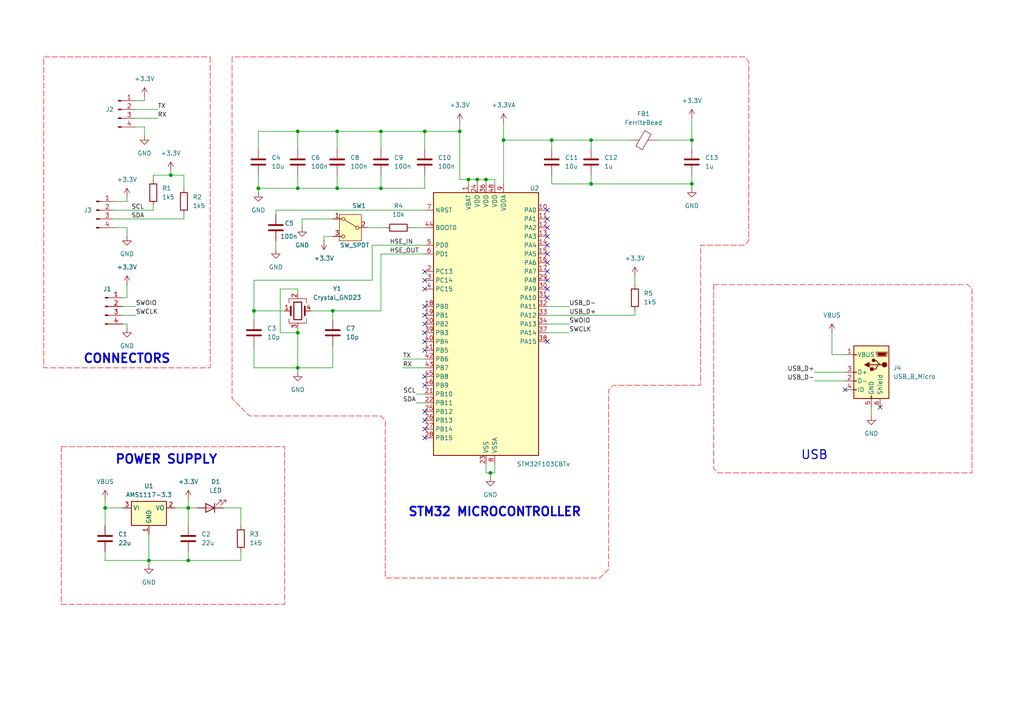
<source format=kicad_sch>
(kicad_sch
	(version 20250114)
	(generator "eeschema")
	(generator_version "9.0")
	(uuid "242fe3a6-0232-426b-b9e4-b6884287a385")
	(paper "A4")
	(lib_symbols
		(symbol "Connector:Conn_01x04_Pin"
			(pin_names
				(offset 1.016)
				(hide yes)
			)
			(exclude_from_sim no)
			(in_bom yes)
			(on_board yes)
			(property "Reference" "J"
				(at 0 5.08 0)
				(effects
					(font
						(size 1.27 1.27)
					)
				)
			)
			(property "Value" "Conn_01x04_Pin"
				(at 0 -7.62 0)
				(effects
					(font
						(size 1.27 1.27)
					)
				)
			)
			(property "Footprint" ""
				(at 0 0 0)
				(effects
					(font
						(size 1.27 1.27)
					)
					(hide yes)
				)
			)
			(property "Datasheet" "~"
				(at 0 0 0)
				(effects
					(font
						(size 1.27 1.27)
					)
					(hide yes)
				)
			)
			(property "Description" "Generic connector, single row, 01x04, script generated"
				(at 0 0 0)
				(effects
					(font
						(size 1.27 1.27)
					)
					(hide yes)
				)
			)
			(property "ki_locked" ""
				(at 0 0 0)
				(effects
					(font
						(size 1.27 1.27)
					)
				)
			)
			(property "ki_keywords" "connector"
				(at 0 0 0)
				(effects
					(font
						(size 1.27 1.27)
					)
					(hide yes)
				)
			)
			(property "ki_fp_filters" "Connector*:*_1x??_*"
				(at 0 0 0)
				(effects
					(font
						(size 1.27 1.27)
					)
					(hide yes)
				)
			)
			(symbol "Conn_01x04_Pin_1_1"
				(rectangle
					(start 0.8636 2.667)
					(end 0 2.413)
					(stroke
						(width 0.1524)
						(type default)
					)
					(fill
						(type outline)
					)
				)
				(rectangle
					(start 0.8636 0.127)
					(end 0 -0.127)
					(stroke
						(width 0.1524)
						(type default)
					)
					(fill
						(type outline)
					)
				)
				(rectangle
					(start 0.8636 -2.413)
					(end 0 -2.667)
					(stroke
						(width 0.1524)
						(type default)
					)
					(fill
						(type outline)
					)
				)
				(rectangle
					(start 0.8636 -4.953)
					(end 0 -5.207)
					(stroke
						(width 0.1524)
						(type default)
					)
					(fill
						(type outline)
					)
				)
				(polyline
					(pts
						(xy 1.27 2.54) (xy 0.8636 2.54)
					)
					(stroke
						(width 0.1524)
						(type default)
					)
					(fill
						(type none)
					)
				)
				(polyline
					(pts
						(xy 1.27 0) (xy 0.8636 0)
					)
					(stroke
						(width 0.1524)
						(type default)
					)
					(fill
						(type none)
					)
				)
				(polyline
					(pts
						(xy 1.27 -2.54) (xy 0.8636 -2.54)
					)
					(stroke
						(width 0.1524)
						(type default)
					)
					(fill
						(type none)
					)
				)
				(polyline
					(pts
						(xy 1.27 -5.08) (xy 0.8636 -5.08)
					)
					(stroke
						(width 0.1524)
						(type default)
					)
					(fill
						(type none)
					)
				)
				(pin passive line
					(at 5.08 2.54 180)
					(length 3.81)
					(name "Pin_1"
						(effects
							(font
								(size 1.27 1.27)
							)
						)
					)
					(number "1"
						(effects
							(font
								(size 1.27 1.27)
							)
						)
					)
				)
				(pin passive line
					(at 5.08 0 180)
					(length 3.81)
					(name "Pin_2"
						(effects
							(font
								(size 1.27 1.27)
							)
						)
					)
					(number "2"
						(effects
							(font
								(size 1.27 1.27)
							)
						)
					)
				)
				(pin passive line
					(at 5.08 -2.54 180)
					(length 3.81)
					(name "Pin_3"
						(effects
							(font
								(size 1.27 1.27)
							)
						)
					)
					(number "3"
						(effects
							(font
								(size 1.27 1.27)
							)
						)
					)
				)
				(pin passive line
					(at 5.08 -5.08 180)
					(length 3.81)
					(name "Pin_4"
						(effects
							(font
								(size 1.27 1.27)
							)
						)
					)
					(number "4"
						(effects
							(font
								(size 1.27 1.27)
							)
						)
					)
				)
			)
			(embedded_fonts no)
		)
		(symbol "Connector:USB_B_Micro"
			(pin_names
				(offset 1.016)
			)
			(exclude_from_sim no)
			(in_bom yes)
			(on_board yes)
			(property "Reference" "J"
				(at -5.08 11.43 0)
				(effects
					(font
						(size 1.27 1.27)
					)
					(justify left)
				)
			)
			(property "Value" "USB_B_Micro"
				(at -5.08 8.89 0)
				(effects
					(font
						(size 1.27 1.27)
					)
					(justify left)
				)
			)
			(property "Footprint" ""
				(at 3.81 -1.27 0)
				(effects
					(font
						(size 1.27 1.27)
					)
					(hide yes)
				)
			)
			(property "Datasheet" "~"
				(at 3.81 -1.27 0)
				(effects
					(font
						(size 1.27 1.27)
					)
					(hide yes)
				)
			)
			(property "Description" "USB Micro Type B connector"
				(at 0 0 0)
				(effects
					(font
						(size 1.27 1.27)
					)
					(hide yes)
				)
			)
			(property "ki_keywords" "connector USB micro"
				(at 0 0 0)
				(effects
					(font
						(size 1.27 1.27)
					)
					(hide yes)
				)
			)
			(property "ki_fp_filters" "USB*"
				(at 0 0 0)
				(effects
					(font
						(size 1.27 1.27)
					)
					(hide yes)
				)
			)
			(symbol "USB_B_Micro_0_1"
				(rectangle
					(start -5.08 -7.62)
					(end 5.08 7.62)
					(stroke
						(width 0.254)
						(type default)
					)
					(fill
						(type background)
					)
				)
				(polyline
					(pts
						(xy -4.699 5.842) (xy -4.699 5.588) (xy -4.445 4.826) (xy -4.445 4.572) (xy -1.651 4.572) (xy -1.651 4.826)
						(xy -1.397 5.588) (xy -1.397 5.842) (xy -4.699 5.842)
					)
					(stroke
						(width 0)
						(type default)
					)
					(fill
						(type none)
					)
				)
				(polyline
					(pts
						(xy -4.318 5.588) (xy -1.778 5.588) (xy -2.032 4.826) (xy -4.064 4.826) (xy -4.318 5.588)
					)
					(stroke
						(width 0)
						(type default)
					)
					(fill
						(type outline)
					)
				)
				(circle
					(center -3.81 2.159)
					(radius 0.635)
					(stroke
						(width 0.254)
						(type default)
					)
					(fill
						(type outline)
					)
				)
				(polyline
					(pts
						(xy -3.175 2.159) (xy -2.54 2.159) (xy -1.27 3.429) (xy -0.635 3.429)
					)
					(stroke
						(width 0.254)
						(type default)
					)
					(fill
						(type none)
					)
				)
				(polyline
					(pts
						(xy -2.54 2.159) (xy -1.905 2.159) (xy -1.27 0.889) (xy 0 0.889)
					)
					(stroke
						(width 0.254)
						(type default)
					)
					(fill
						(type none)
					)
				)
				(polyline
					(pts
						(xy -1.905 2.159) (xy 0.635 2.159)
					)
					(stroke
						(width 0.254)
						(type default)
					)
					(fill
						(type none)
					)
				)
				(circle
					(center -0.635 3.429)
					(radius 0.381)
					(stroke
						(width 0.254)
						(type default)
					)
					(fill
						(type outline)
					)
				)
				(rectangle
					(start -0.127 -7.62)
					(end 0.127 -6.858)
					(stroke
						(width 0)
						(type default)
					)
					(fill
						(type none)
					)
				)
				(rectangle
					(start 0.254 1.27)
					(end -0.508 0.508)
					(stroke
						(width 0.254)
						(type default)
					)
					(fill
						(type outline)
					)
				)
				(polyline
					(pts
						(xy 0.635 2.794) (xy 0.635 1.524) (xy 1.905 2.159) (xy 0.635 2.794)
					)
					(stroke
						(width 0.254)
						(type default)
					)
					(fill
						(type outline)
					)
				)
				(rectangle
					(start 5.08 4.953)
					(end 4.318 5.207)
					(stroke
						(width 0)
						(type default)
					)
					(fill
						(type none)
					)
				)
				(rectangle
					(start 5.08 -0.127)
					(end 4.318 0.127)
					(stroke
						(width 0)
						(type default)
					)
					(fill
						(type none)
					)
				)
				(rectangle
					(start 5.08 -2.667)
					(end 4.318 -2.413)
					(stroke
						(width 0)
						(type default)
					)
					(fill
						(type none)
					)
				)
				(rectangle
					(start 5.08 -5.207)
					(end 4.318 -4.953)
					(stroke
						(width 0)
						(type default)
					)
					(fill
						(type none)
					)
				)
			)
			(symbol "USB_B_Micro_1_1"
				(pin passive line
					(at -2.54 -10.16 90)
					(length 2.54)
					(name "Shield"
						(effects
							(font
								(size 1.27 1.27)
							)
						)
					)
					(number "6"
						(effects
							(font
								(size 1.27 1.27)
							)
						)
					)
				)
				(pin power_out line
					(at 0 -10.16 90)
					(length 2.54)
					(name "GND"
						(effects
							(font
								(size 1.27 1.27)
							)
						)
					)
					(number "5"
						(effects
							(font
								(size 1.27 1.27)
							)
						)
					)
				)
				(pin power_out line
					(at 7.62 5.08 180)
					(length 2.54)
					(name "VBUS"
						(effects
							(font
								(size 1.27 1.27)
							)
						)
					)
					(number "1"
						(effects
							(font
								(size 1.27 1.27)
							)
						)
					)
				)
				(pin bidirectional line
					(at 7.62 0 180)
					(length 2.54)
					(name "D+"
						(effects
							(font
								(size 1.27 1.27)
							)
						)
					)
					(number "3"
						(effects
							(font
								(size 1.27 1.27)
							)
						)
					)
				)
				(pin bidirectional line
					(at 7.62 -2.54 180)
					(length 2.54)
					(name "D-"
						(effects
							(font
								(size 1.27 1.27)
							)
						)
					)
					(number "2"
						(effects
							(font
								(size 1.27 1.27)
							)
						)
					)
				)
				(pin passive line
					(at 7.62 -5.08 180)
					(length 2.54)
					(name "ID"
						(effects
							(font
								(size 1.27 1.27)
							)
						)
					)
					(number "4"
						(effects
							(font
								(size 1.27 1.27)
							)
						)
					)
				)
			)
			(embedded_fonts no)
		)
		(symbol "Device:C"
			(pin_numbers
				(hide yes)
			)
			(pin_names
				(offset 0.254)
			)
			(exclude_from_sim no)
			(in_bom yes)
			(on_board yes)
			(property "Reference" "C"
				(at 0.635 2.54 0)
				(effects
					(font
						(size 1.27 1.27)
					)
					(justify left)
				)
			)
			(property "Value" "C"
				(at 0.635 -2.54 0)
				(effects
					(font
						(size 1.27 1.27)
					)
					(justify left)
				)
			)
			(property "Footprint" ""
				(at 0.9652 -3.81 0)
				(effects
					(font
						(size 1.27 1.27)
					)
					(hide yes)
				)
			)
			(property "Datasheet" "~"
				(at 0 0 0)
				(effects
					(font
						(size 1.27 1.27)
					)
					(hide yes)
				)
			)
			(property "Description" "Unpolarized capacitor"
				(at 0 0 0)
				(effects
					(font
						(size 1.27 1.27)
					)
					(hide yes)
				)
			)
			(property "ki_keywords" "cap capacitor"
				(at 0 0 0)
				(effects
					(font
						(size 1.27 1.27)
					)
					(hide yes)
				)
			)
			(property "ki_fp_filters" "C_*"
				(at 0 0 0)
				(effects
					(font
						(size 1.27 1.27)
					)
					(hide yes)
				)
			)
			(symbol "C_0_1"
				(polyline
					(pts
						(xy -2.032 0.762) (xy 2.032 0.762)
					)
					(stroke
						(width 0.508)
						(type default)
					)
					(fill
						(type none)
					)
				)
				(polyline
					(pts
						(xy -2.032 -0.762) (xy 2.032 -0.762)
					)
					(stroke
						(width 0.508)
						(type default)
					)
					(fill
						(type none)
					)
				)
			)
			(symbol "C_1_1"
				(pin passive line
					(at 0 3.81 270)
					(length 2.794)
					(name "~"
						(effects
							(font
								(size 1.27 1.27)
							)
						)
					)
					(number "1"
						(effects
							(font
								(size 1.27 1.27)
							)
						)
					)
				)
				(pin passive line
					(at 0 -3.81 90)
					(length 2.794)
					(name "~"
						(effects
							(font
								(size 1.27 1.27)
							)
						)
					)
					(number "2"
						(effects
							(font
								(size 1.27 1.27)
							)
						)
					)
				)
			)
			(embedded_fonts no)
		)
		(symbol "Device:Crystal_GND23"
			(pin_names
				(offset 1.016)
				(hide yes)
			)
			(exclude_from_sim no)
			(in_bom yes)
			(on_board yes)
			(property "Reference" "Y"
				(at 3.175 5.08 0)
				(effects
					(font
						(size 1.27 1.27)
					)
					(justify left)
				)
			)
			(property "Value" "Crystal_GND23"
				(at 3.175 3.175 0)
				(effects
					(font
						(size 1.27 1.27)
					)
					(justify left)
				)
			)
			(property "Footprint" ""
				(at 0 0 0)
				(effects
					(font
						(size 1.27 1.27)
					)
					(hide yes)
				)
			)
			(property "Datasheet" "~"
				(at 0 0 0)
				(effects
					(font
						(size 1.27 1.27)
					)
					(hide yes)
				)
			)
			(property "Description" "Four pin crystal, GND on pins 2 and 3"
				(at 0 0 0)
				(effects
					(font
						(size 1.27 1.27)
					)
					(hide yes)
				)
			)
			(property "ki_keywords" "quartz ceramic resonator oscillator"
				(at 0 0 0)
				(effects
					(font
						(size 1.27 1.27)
					)
					(hide yes)
				)
			)
			(property "ki_fp_filters" "Crystal*"
				(at 0 0 0)
				(effects
					(font
						(size 1.27 1.27)
					)
					(hide yes)
				)
			)
			(symbol "Crystal_GND23_0_1"
				(polyline
					(pts
						(xy -2.54 2.286) (xy -2.54 3.556) (xy 2.54 3.556) (xy 2.54 2.286)
					)
					(stroke
						(width 0)
						(type default)
					)
					(fill
						(type none)
					)
				)
				(polyline
					(pts
						(xy -2.54 0) (xy -2.032 0)
					)
					(stroke
						(width 0)
						(type default)
					)
					(fill
						(type none)
					)
				)
				(polyline
					(pts
						(xy -2.54 -2.286) (xy -2.54 -3.556) (xy 2.54 -3.556) (xy 2.54 -2.286)
					)
					(stroke
						(width 0)
						(type default)
					)
					(fill
						(type none)
					)
				)
				(polyline
					(pts
						(xy -2.032 -1.27) (xy -2.032 1.27)
					)
					(stroke
						(width 0.508)
						(type default)
					)
					(fill
						(type none)
					)
				)
				(rectangle
					(start -1.143 2.54)
					(end 1.143 -2.54)
					(stroke
						(width 0.3048)
						(type default)
					)
					(fill
						(type none)
					)
				)
				(polyline
					(pts
						(xy 0 3.556) (xy 0 3.81)
					)
					(stroke
						(width 0)
						(type default)
					)
					(fill
						(type none)
					)
				)
				(polyline
					(pts
						(xy 0 -3.81) (xy 0 -3.556)
					)
					(stroke
						(width 0)
						(type default)
					)
					(fill
						(type none)
					)
				)
				(polyline
					(pts
						(xy 2.032 0) (xy 2.54 0)
					)
					(stroke
						(width 0)
						(type default)
					)
					(fill
						(type none)
					)
				)
				(polyline
					(pts
						(xy 2.032 -1.27) (xy 2.032 1.27)
					)
					(stroke
						(width 0.508)
						(type default)
					)
					(fill
						(type none)
					)
				)
			)
			(symbol "Crystal_GND23_1_1"
				(pin passive line
					(at -3.81 0 0)
					(length 1.27)
					(name "1"
						(effects
							(font
								(size 1.27 1.27)
							)
						)
					)
					(number "1"
						(effects
							(font
								(size 1.27 1.27)
							)
						)
					)
				)
				(pin passive line
					(at 0 5.08 270)
					(length 1.27)
					(name "2"
						(effects
							(font
								(size 1.27 1.27)
							)
						)
					)
					(number "2"
						(effects
							(font
								(size 1.27 1.27)
							)
						)
					)
				)
				(pin passive line
					(at 0 -5.08 90)
					(length 1.27)
					(name "3"
						(effects
							(font
								(size 1.27 1.27)
							)
						)
					)
					(number "3"
						(effects
							(font
								(size 1.27 1.27)
							)
						)
					)
				)
				(pin passive line
					(at 3.81 0 180)
					(length 1.27)
					(name "4"
						(effects
							(font
								(size 1.27 1.27)
							)
						)
					)
					(number "4"
						(effects
							(font
								(size 1.27 1.27)
							)
						)
					)
				)
			)
			(embedded_fonts no)
		)
		(symbol "Device:FerriteBead"
			(pin_numbers
				(hide yes)
			)
			(pin_names
				(offset 0)
			)
			(exclude_from_sim no)
			(in_bom yes)
			(on_board yes)
			(property "Reference" "FB"
				(at -3.81 0.635 90)
				(effects
					(font
						(size 1.27 1.27)
					)
				)
			)
			(property "Value" "FerriteBead"
				(at 3.81 0 90)
				(effects
					(font
						(size 1.27 1.27)
					)
				)
			)
			(property "Footprint" ""
				(at -1.778 0 90)
				(effects
					(font
						(size 1.27 1.27)
					)
					(hide yes)
				)
			)
			(property "Datasheet" "~"
				(at 0 0 0)
				(effects
					(font
						(size 1.27 1.27)
					)
					(hide yes)
				)
			)
			(property "Description" "Ferrite bead"
				(at 0 0 0)
				(effects
					(font
						(size 1.27 1.27)
					)
					(hide yes)
				)
			)
			(property "ki_keywords" "L ferrite bead inductor filter"
				(at 0 0 0)
				(effects
					(font
						(size 1.27 1.27)
					)
					(hide yes)
				)
			)
			(property "ki_fp_filters" "Inductor_* L_* *Ferrite*"
				(at 0 0 0)
				(effects
					(font
						(size 1.27 1.27)
					)
					(hide yes)
				)
			)
			(symbol "FerriteBead_0_1"
				(polyline
					(pts
						(xy -2.7686 0.4064) (xy -1.7018 2.2606) (xy 2.7686 -0.3048) (xy 1.6764 -2.159) (xy -2.7686 0.4064)
					)
					(stroke
						(width 0)
						(type default)
					)
					(fill
						(type none)
					)
				)
				(polyline
					(pts
						(xy 0 1.27) (xy 0 1.2954)
					)
					(stroke
						(width 0)
						(type default)
					)
					(fill
						(type none)
					)
				)
				(polyline
					(pts
						(xy 0 -1.27) (xy 0 -1.2192)
					)
					(stroke
						(width 0)
						(type default)
					)
					(fill
						(type none)
					)
				)
			)
			(symbol "FerriteBead_1_1"
				(pin passive line
					(at 0 3.81 270)
					(length 2.54)
					(name "~"
						(effects
							(font
								(size 1.27 1.27)
							)
						)
					)
					(number "1"
						(effects
							(font
								(size 1.27 1.27)
							)
						)
					)
				)
				(pin passive line
					(at 0 -3.81 90)
					(length 2.54)
					(name "~"
						(effects
							(font
								(size 1.27 1.27)
							)
						)
					)
					(number "2"
						(effects
							(font
								(size 1.27 1.27)
							)
						)
					)
				)
			)
			(embedded_fonts no)
		)
		(symbol "Device:LED"
			(pin_numbers
				(hide yes)
			)
			(pin_names
				(offset 1.016)
				(hide yes)
			)
			(exclude_from_sim no)
			(in_bom yes)
			(on_board yes)
			(property "Reference" "D"
				(at 0 2.54 0)
				(effects
					(font
						(size 1.27 1.27)
					)
				)
			)
			(property "Value" "LED"
				(at 0 -2.54 0)
				(effects
					(font
						(size 1.27 1.27)
					)
				)
			)
			(property "Footprint" ""
				(at 0 0 0)
				(effects
					(font
						(size 1.27 1.27)
					)
					(hide yes)
				)
			)
			(property "Datasheet" "~"
				(at 0 0 0)
				(effects
					(font
						(size 1.27 1.27)
					)
					(hide yes)
				)
			)
			(property "Description" "Light emitting diode"
				(at 0 0 0)
				(effects
					(font
						(size 1.27 1.27)
					)
					(hide yes)
				)
			)
			(property "Sim.Pins" "1=K 2=A"
				(at 0 0 0)
				(effects
					(font
						(size 1.27 1.27)
					)
					(hide yes)
				)
			)
			(property "ki_keywords" "LED diode"
				(at 0 0 0)
				(effects
					(font
						(size 1.27 1.27)
					)
					(hide yes)
				)
			)
			(property "ki_fp_filters" "LED* LED_SMD:* LED_THT:*"
				(at 0 0 0)
				(effects
					(font
						(size 1.27 1.27)
					)
					(hide yes)
				)
			)
			(symbol "LED_0_1"
				(polyline
					(pts
						(xy -3.048 -0.762) (xy -4.572 -2.286) (xy -3.81 -2.286) (xy -4.572 -2.286) (xy -4.572 -1.524)
					)
					(stroke
						(width 0)
						(type default)
					)
					(fill
						(type none)
					)
				)
				(polyline
					(pts
						(xy -1.778 -0.762) (xy -3.302 -2.286) (xy -2.54 -2.286) (xy -3.302 -2.286) (xy -3.302 -1.524)
					)
					(stroke
						(width 0)
						(type default)
					)
					(fill
						(type none)
					)
				)
				(polyline
					(pts
						(xy -1.27 0) (xy 1.27 0)
					)
					(stroke
						(width 0)
						(type default)
					)
					(fill
						(type none)
					)
				)
				(polyline
					(pts
						(xy -1.27 -1.27) (xy -1.27 1.27)
					)
					(stroke
						(width 0.254)
						(type default)
					)
					(fill
						(type none)
					)
				)
				(polyline
					(pts
						(xy 1.27 -1.27) (xy 1.27 1.27) (xy -1.27 0) (xy 1.27 -1.27)
					)
					(stroke
						(width 0.254)
						(type default)
					)
					(fill
						(type none)
					)
				)
			)
			(symbol "LED_1_1"
				(pin passive line
					(at -3.81 0 0)
					(length 2.54)
					(name "K"
						(effects
							(font
								(size 1.27 1.27)
							)
						)
					)
					(number "1"
						(effects
							(font
								(size 1.27 1.27)
							)
						)
					)
				)
				(pin passive line
					(at 3.81 0 180)
					(length 2.54)
					(name "A"
						(effects
							(font
								(size 1.27 1.27)
							)
						)
					)
					(number "2"
						(effects
							(font
								(size 1.27 1.27)
							)
						)
					)
				)
			)
			(embedded_fonts no)
		)
		(symbol "Device:R"
			(pin_numbers
				(hide yes)
			)
			(pin_names
				(offset 0)
			)
			(exclude_from_sim no)
			(in_bom yes)
			(on_board yes)
			(property "Reference" "R"
				(at 2.032 0 90)
				(effects
					(font
						(size 1.27 1.27)
					)
				)
			)
			(property "Value" "R"
				(at 0 0 90)
				(effects
					(font
						(size 1.27 1.27)
					)
				)
			)
			(property "Footprint" ""
				(at -1.778 0 90)
				(effects
					(font
						(size 1.27 1.27)
					)
					(hide yes)
				)
			)
			(property "Datasheet" "~"
				(at 0 0 0)
				(effects
					(font
						(size 1.27 1.27)
					)
					(hide yes)
				)
			)
			(property "Description" "Resistor"
				(at 0 0 0)
				(effects
					(font
						(size 1.27 1.27)
					)
					(hide yes)
				)
			)
			(property "ki_keywords" "R res resistor"
				(at 0 0 0)
				(effects
					(font
						(size 1.27 1.27)
					)
					(hide yes)
				)
			)
			(property "ki_fp_filters" "R_*"
				(at 0 0 0)
				(effects
					(font
						(size 1.27 1.27)
					)
					(hide yes)
				)
			)
			(symbol "R_0_1"
				(rectangle
					(start -1.016 -2.54)
					(end 1.016 2.54)
					(stroke
						(width 0.254)
						(type default)
					)
					(fill
						(type none)
					)
				)
			)
			(symbol "R_1_1"
				(pin passive line
					(at 0 3.81 270)
					(length 1.27)
					(name "~"
						(effects
							(font
								(size 1.27 1.27)
							)
						)
					)
					(number "1"
						(effects
							(font
								(size 1.27 1.27)
							)
						)
					)
				)
				(pin passive line
					(at 0 -3.81 90)
					(length 1.27)
					(name "~"
						(effects
							(font
								(size 1.27 1.27)
							)
						)
					)
					(number "2"
						(effects
							(font
								(size 1.27 1.27)
							)
						)
					)
				)
			)
			(embedded_fonts no)
		)
		(symbol "MCU_ST_STM32F1:STM32F103CBTx"
			(exclude_from_sim no)
			(in_bom yes)
			(on_board yes)
			(property "Reference" "U"
				(at -15.24 39.37 0)
				(effects
					(font
						(size 1.27 1.27)
					)
					(justify left)
				)
			)
			(property "Value" "STM32F103CBTx"
				(at 7.62 39.37 0)
				(effects
					(font
						(size 1.27 1.27)
					)
					(justify left)
				)
			)
			(property "Footprint" "Package_QFP:LQFP-48_7x7mm_P0.5mm"
				(at -15.24 -38.1 0)
				(effects
					(font
						(size 1.27 1.27)
					)
					(justify right)
					(hide yes)
				)
			)
			(property "Datasheet" "https://www.st.com/resource/en/datasheet/stm32f103cb.pdf"
				(at 0 0 0)
				(effects
					(font
						(size 1.27 1.27)
					)
					(hide yes)
				)
			)
			(property "Description" "STMicroelectronics Arm Cortex-M3 MCU, 128KB flash, 20KB RAM, 72 MHz, 2.0-3.6V, 37 GPIO, LQFP48"
				(at 0 0 0)
				(effects
					(font
						(size 1.27 1.27)
					)
					(hide yes)
				)
			)
			(property "ki_keywords" "Arm Cortex-M3 STM32F1 STM32F103"
				(at 0 0 0)
				(effects
					(font
						(size 1.27 1.27)
					)
					(hide yes)
				)
			)
			(property "ki_fp_filters" "LQFP*7x7mm*P0.5mm*"
				(at 0 0 0)
				(effects
					(font
						(size 1.27 1.27)
					)
					(hide yes)
				)
			)
			(symbol "STM32F103CBTx_0_1"
				(rectangle
					(start -15.24 -38.1)
					(end 15.24 38.1)
					(stroke
						(width 0.254)
						(type default)
					)
					(fill
						(type background)
					)
				)
			)
			(symbol "STM32F103CBTx_1_1"
				(pin input line
					(at -17.78 33.02 0)
					(length 2.54)
					(name "NRST"
						(effects
							(font
								(size 1.27 1.27)
							)
						)
					)
					(number "7"
						(effects
							(font
								(size 1.27 1.27)
							)
						)
					)
				)
				(pin input line
					(at -17.78 27.94 0)
					(length 2.54)
					(name "BOOT0"
						(effects
							(font
								(size 1.27 1.27)
							)
						)
					)
					(number "44"
						(effects
							(font
								(size 1.27 1.27)
							)
						)
					)
				)
				(pin bidirectional line
					(at -17.78 22.86 0)
					(length 2.54)
					(name "PD0"
						(effects
							(font
								(size 1.27 1.27)
							)
						)
					)
					(number "5"
						(effects
							(font
								(size 1.27 1.27)
							)
						)
					)
					(alternate "RCC_OSC_IN" bidirectional line)
				)
				(pin bidirectional line
					(at -17.78 20.32 0)
					(length 2.54)
					(name "PD1"
						(effects
							(font
								(size 1.27 1.27)
							)
						)
					)
					(number "6"
						(effects
							(font
								(size 1.27 1.27)
							)
						)
					)
					(alternate "RCC_OSC_OUT" bidirectional line)
				)
				(pin bidirectional line
					(at -17.78 15.24 0)
					(length 2.54)
					(name "PC13"
						(effects
							(font
								(size 1.27 1.27)
							)
						)
					)
					(number "2"
						(effects
							(font
								(size 1.27 1.27)
							)
						)
					)
					(alternate "RTC_OUT" bidirectional line)
					(alternate "RTC_TAMPER" bidirectional line)
				)
				(pin bidirectional line
					(at -17.78 12.7 0)
					(length 2.54)
					(name "PC14"
						(effects
							(font
								(size 1.27 1.27)
							)
						)
					)
					(number "3"
						(effects
							(font
								(size 1.27 1.27)
							)
						)
					)
					(alternate "RCC_OSC32_IN" bidirectional line)
				)
				(pin bidirectional line
					(at -17.78 10.16 0)
					(length 2.54)
					(name "PC15"
						(effects
							(font
								(size 1.27 1.27)
							)
						)
					)
					(number "4"
						(effects
							(font
								(size 1.27 1.27)
							)
						)
					)
					(alternate "ADC1_EXTI15" bidirectional line)
					(alternate "ADC2_EXTI15" bidirectional line)
					(alternate "RCC_OSC32_OUT" bidirectional line)
				)
				(pin bidirectional line
					(at -17.78 5.08 0)
					(length 2.54)
					(name "PB0"
						(effects
							(font
								(size 1.27 1.27)
							)
						)
					)
					(number "18"
						(effects
							(font
								(size 1.27 1.27)
							)
						)
					)
					(alternate "ADC1_IN8" bidirectional line)
					(alternate "ADC2_IN8" bidirectional line)
					(alternate "TIM1_CH2N" bidirectional line)
					(alternate "TIM3_CH3" bidirectional line)
				)
				(pin bidirectional line
					(at -17.78 2.54 0)
					(length 2.54)
					(name "PB1"
						(effects
							(font
								(size 1.27 1.27)
							)
						)
					)
					(number "19"
						(effects
							(font
								(size 1.27 1.27)
							)
						)
					)
					(alternate "ADC1_IN9" bidirectional line)
					(alternate "ADC2_IN9" bidirectional line)
					(alternate "TIM1_CH3N" bidirectional line)
					(alternate "TIM3_CH4" bidirectional line)
				)
				(pin bidirectional line
					(at -17.78 0 0)
					(length 2.54)
					(name "PB2"
						(effects
							(font
								(size 1.27 1.27)
							)
						)
					)
					(number "20"
						(effects
							(font
								(size 1.27 1.27)
							)
						)
					)
				)
				(pin bidirectional line
					(at -17.78 -2.54 0)
					(length 2.54)
					(name "PB3"
						(effects
							(font
								(size 1.27 1.27)
							)
						)
					)
					(number "39"
						(effects
							(font
								(size 1.27 1.27)
							)
						)
					)
					(alternate "SPI1_SCK" bidirectional line)
					(alternate "SYS_JTDO-TRACESWO" bidirectional line)
					(alternate "TIM2_CH2" bidirectional line)
				)
				(pin bidirectional line
					(at -17.78 -5.08 0)
					(length 2.54)
					(name "PB4"
						(effects
							(font
								(size 1.27 1.27)
							)
						)
					)
					(number "40"
						(effects
							(font
								(size 1.27 1.27)
							)
						)
					)
					(alternate "SPI1_MISO" bidirectional line)
					(alternate "SYS_NJTRST" bidirectional line)
					(alternate "TIM3_CH1" bidirectional line)
				)
				(pin bidirectional line
					(at -17.78 -7.62 0)
					(length 2.54)
					(name "PB5"
						(effects
							(font
								(size 1.27 1.27)
							)
						)
					)
					(number "41"
						(effects
							(font
								(size 1.27 1.27)
							)
						)
					)
					(alternate "I2C1_SMBA" bidirectional line)
					(alternate "SPI1_MOSI" bidirectional line)
					(alternate "TIM3_CH2" bidirectional line)
				)
				(pin bidirectional line
					(at -17.78 -10.16 0)
					(length 2.54)
					(name "PB6"
						(effects
							(font
								(size 1.27 1.27)
							)
						)
					)
					(number "42"
						(effects
							(font
								(size 1.27 1.27)
							)
						)
					)
					(alternate "I2C1_SCL" bidirectional line)
					(alternate "TIM4_CH1" bidirectional line)
					(alternate "USART1_TX" bidirectional line)
				)
				(pin bidirectional line
					(at -17.78 -12.7 0)
					(length 2.54)
					(name "PB7"
						(effects
							(font
								(size 1.27 1.27)
							)
						)
					)
					(number "43"
						(effects
							(font
								(size 1.27 1.27)
							)
						)
					)
					(alternate "I2C1_SDA" bidirectional line)
					(alternate "TIM4_CH2" bidirectional line)
					(alternate "USART1_RX" bidirectional line)
				)
				(pin bidirectional line
					(at -17.78 -15.24 0)
					(length 2.54)
					(name "PB8"
						(effects
							(font
								(size 1.27 1.27)
							)
						)
					)
					(number "45"
						(effects
							(font
								(size 1.27 1.27)
							)
						)
					)
					(alternate "CAN_RX" bidirectional line)
					(alternate "I2C1_SCL" bidirectional line)
					(alternate "TIM4_CH3" bidirectional line)
				)
				(pin bidirectional line
					(at -17.78 -17.78 0)
					(length 2.54)
					(name "PB9"
						(effects
							(font
								(size 1.27 1.27)
							)
						)
					)
					(number "46"
						(effects
							(font
								(size 1.27 1.27)
							)
						)
					)
					(alternate "CAN_TX" bidirectional line)
					(alternate "I2C1_SDA" bidirectional line)
					(alternate "TIM4_CH4" bidirectional line)
				)
				(pin bidirectional line
					(at -17.78 -20.32 0)
					(length 2.54)
					(name "PB10"
						(effects
							(font
								(size 1.27 1.27)
							)
						)
					)
					(number "21"
						(effects
							(font
								(size 1.27 1.27)
							)
						)
					)
					(alternate "I2C2_SCL" bidirectional line)
					(alternate "TIM2_CH3" bidirectional line)
					(alternate "USART3_TX" bidirectional line)
				)
				(pin bidirectional line
					(at -17.78 -22.86 0)
					(length 2.54)
					(name "PB11"
						(effects
							(font
								(size 1.27 1.27)
							)
						)
					)
					(number "22"
						(effects
							(font
								(size 1.27 1.27)
							)
						)
					)
					(alternate "ADC1_EXTI11" bidirectional line)
					(alternate "ADC2_EXTI11" bidirectional line)
					(alternate "I2C2_SDA" bidirectional line)
					(alternate "TIM2_CH4" bidirectional line)
					(alternate "USART3_RX" bidirectional line)
				)
				(pin bidirectional line
					(at -17.78 -25.4 0)
					(length 2.54)
					(name "PB12"
						(effects
							(font
								(size 1.27 1.27)
							)
						)
					)
					(number "25"
						(effects
							(font
								(size 1.27 1.27)
							)
						)
					)
					(alternate "I2C2_SMBA" bidirectional line)
					(alternate "SPI2_NSS" bidirectional line)
					(alternate "TIM1_BKIN" bidirectional line)
					(alternate "USART3_CK" bidirectional line)
				)
				(pin bidirectional line
					(at -17.78 -27.94 0)
					(length 2.54)
					(name "PB13"
						(effects
							(font
								(size 1.27 1.27)
							)
						)
					)
					(number "26"
						(effects
							(font
								(size 1.27 1.27)
							)
						)
					)
					(alternate "SPI2_SCK" bidirectional line)
					(alternate "TIM1_CH1N" bidirectional line)
					(alternate "USART3_CTS" bidirectional line)
				)
				(pin bidirectional line
					(at -17.78 -30.48 0)
					(length 2.54)
					(name "PB14"
						(effects
							(font
								(size 1.27 1.27)
							)
						)
					)
					(number "27"
						(effects
							(font
								(size 1.27 1.27)
							)
						)
					)
					(alternate "SPI2_MISO" bidirectional line)
					(alternate "TIM1_CH2N" bidirectional line)
					(alternate "USART3_RTS" bidirectional line)
				)
				(pin bidirectional line
					(at -17.78 -33.02 0)
					(length 2.54)
					(name "PB15"
						(effects
							(font
								(size 1.27 1.27)
							)
						)
					)
					(number "28"
						(effects
							(font
								(size 1.27 1.27)
							)
						)
					)
					(alternate "ADC1_EXTI15" bidirectional line)
					(alternate "ADC2_EXTI15" bidirectional line)
					(alternate "SPI2_MOSI" bidirectional line)
					(alternate "TIM1_CH3N" bidirectional line)
				)
				(pin power_in line
					(at -5.08 40.64 270)
					(length 2.54)
					(name "VBAT"
						(effects
							(font
								(size 1.27 1.27)
							)
						)
					)
					(number "1"
						(effects
							(font
								(size 1.27 1.27)
							)
						)
					)
				)
				(pin power_in line
					(at -2.54 40.64 270)
					(length 2.54)
					(name "VDD"
						(effects
							(font
								(size 1.27 1.27)
							)
						)
					)
					(number "24"
						(effects
							(font
								(size 1.27 1.27)
							)
						)
					)
				)
				(pin power_in line
					(at 0 40.64 270)
					(length 2.54)
					(name "VDD"
						(effects
							(font
								(size 1.27 1.27)
							)
						)
					)
					(number "36"
						(effects
							(font
								(size 1.27 1.27)
							)
						)
					)
				)
				(pin power_in line
					(at 0 -40.64 90)
					(length 2.54)
					(name "VSS"
						(effects
							(font
								(size 1.27 1.27)
							)
						)
					)
					(number "23"
						(effects
							(font
								(size 1.27 1.27)
							)
						)
					)
				)
				(pin passive line
					(at 0 -40.64 90)
					(length 2.54)
					(hide yes)
					(name "VSS"
						(effects
							(font
								(size 1.27 1.27)
							)
						)
					)
					(number "35"
						(effects
							(font
								(size 1.27 1.27)
							)
						)
					)
				)
				(pin passive line
					(at 0 -40.64 90)
					(length 2.54)
					(hide yes)
					(name "VSS"
						(effects
							(font
								(size 1.27 1.27)
							)
						)
					)
					(number "47"
						(effects
							(font
								(size 1.27 1.27)
							)
						)
					)
				)
				(pin power_in line
					(at 2.54 40.64 270)
					(length 2.54)
					(name "VDD"
						(effects
							(font
								(size 1.27 1.27)
							)
						)
					)
					(number "48"
						(effects
							(font
								(size 1.27 1.27)
							)
						)
					)
				)
				(pin power_in line
					(at 2.54 -40.64 90)
					(length 2.54)
					(name "VSSA"
						(effects
							(font
								(size 1.27 1.27)
							)
						)
					)
					(number "8"
						(effects
							(font
								(size 1.27 1.27)
							)
						)
					)
				)
				(pin power_in line
					(at 5.08 40.64 270)
					(length 2.54)
					(name "VDDA"
						(effects
							(font
								(size 1.27 1.27)
							)
						)
					)
					(number "9"
						(effects
							(font
								(size 1.27 1.27)
							)
						)
					)
				)
				(pin bidirectional line
					(at 17.78 33.02 180)
					(length 2.54)
					(name "PA0"
						(effects
							(font
								(size 1.27 1.27)
							)
						)
					)
					(number "10"
						(effects
							(font
								(size 1.27 1.27)
							)
						)
					)
					(alternate "ADC1_IN0" bidirectional line)
					(alternate "ADC2_IN0" bidirectional line)
					(alternate "SYS_WKUP" bidirectional line)
					(alternate "TIM2_CH1" bidirectional line)
					(alternate "TIM2_ETR" bidirectional line)
					(alternate "USART2_CTS" bidirectional line)
				)
				(pin bidirectional line
					(at 17.78 30.48 180)
					(length 2.54)
					(name "PA1"
						(effects
							(font
								(size 1.27 1.27)
							)
						)
					)
					(number "11"
						(effects
							(font
								(size 1.27 1.27)
							)
						)
					)
					(alternate "ADC1_IN1" bidirectional line)
					(alternate "ADC2_IN1" bidirectional line)
					(alternate "TIM2_CH2" bidirectional line)
					(alternate "USART2_RTS" bidirectional line)
				)
				(pin bidirectional line
					(at 17.78 27.94 180)
					(length 2.54)
					(name "PA2"
						(effects
							(font
								(size 1.27 1.27)
							)
						)
					)
					(number "12"
						(effects
							(font
								(size 1.27 1.27)
							)
						)
					)
					(alternate "ADC1_IN2" bidirectional line)
					(alternate "ADC2_IN2" bidirectional line)
					(alternate "TIM2_CH3" bidirectional line)
					(alternate "USART2_TX" bidirectional line)
				)
				(pin bidirectional line
					(at 17.78 25.4 180)
					(length 2.54)
					(name "PA3"
						(effects
							(font
								(size 1.27 1.27)
							)
						)
					)
					(number "13"
						(effects
							(font
								(size 1.27 1.27)
							)
						)
					)
					(alternate "ADC1_IN3" bidirectional line)
					(alternate "ADC2_IN3" bidirectional line)
					(alternate "TIM2_CH4" bidirectional line)
					(alternate "USART2_RX" bidirectional line)
				)
				(pin bidirectional line
					(at 17.78 22.86 180)
					(length 2.54)
					(name "PA4"
						(effects
							(font
								(size 1.27 1.27)
							)
						)
					)
					(number "14"
						(effects
							(font
								(size 1.27 1.27)
							)
						)
					)
					(alternate "ADC1_IN4" bidirectional line)
					(alternate "ADC2_IN4" bidirectional line)
					(alternate "SPI1_NSS" bidirectional line)
					(alternate "USART2_CK" bidirectional line)
				)
				(pin bidirectional line
					(at 17.78 20.32 180)
					(length 2.54)
					(name "PA5"
						(effects
							(font
								(size 1.27 1.27)
							)
						)
					)
					(number "15"
						(effects
							(font
								(size 1.27 1.27)
							)
						)
					)
					(alternate "ADC1_IN5" bidirectional line)
					(alternate "ADC2_IN5" bidirectional line)
					(alternate "SPI1_SCK" bidirectional line)
				)
				(pin bidirectional line
					(at 17.78 17.78 180)
					(length 2.54)
					(name "PA6"
						(effects
							(font
								(size 1.27 1.27)
							)
						)
					)
					(number "16"
						(effects
							(font
								(size 1.27 1.27)
							)
						)
					)
					(alternate "ADC1_IN6" bidirectional line)
					(alternate "ADC2_IN6" bidirectional line)
					(alternate "SPI1_MISO" bidirectional line)
					(alternate "TIM1_BKIN" bidirectional line)
					(alternate "TIM3_CH1" bidirectional line)
				)
				(pin bidirectional line
					(at 17.78 15.24 180)
					(length 2.54)
					(name "PA7"
						(effects
							(font
								(size 1.27 1.27)
							)
						)
					)
					(number "17"
						(effects
							(font
								(size 1.27 1.27)
							)
						)
					)
					(alternate "ADC1_IN7" bidirectional line)
					(alternate "ADC2_IN7" bidirectional line)
					(alternate "SPI1_MOSI" bidirectional line)
					(alternate "TIM1_CH1N" bidirectional line)
					(alternate "TIM3_CH2" bidirectional line)
				)
				(pin bidirectional line
					(at 17.78 12.7 180)
					(length 2.54)
					(name "PA8"
						(effects
							(font
								(size 1.27 1.27)
							)
						)
					)
					(number "29"
						(effects
							(font
								(size 1.27 1.27)
							)
						)
					)
					(alternate "RCC_MCO" bidirectional line)
					(alternate "TIM1_CH1" bidirectional line)
					(alternate "USART1_CK" bidirectional line)
				)
				(pin bidirectional line
					(at 17.78 10.16 180)
					(length 2.54)
					(name "PA9"
						(effects
							(font
								(size 1.27 1.27)
							)
						)
					)
					(number "30"
						(effects
							(font
								(size 1.27 1.27)
							)
						)
					)
					(alternate "TIM1_CH2" bidirectional line)
					(alternate "USART1_TX" bidirectional line)
				)
				(pin bidirectional line
					(at 17.78 7.62 180)
					(length 2.54)
					(name "PA10"
						(effects
							(font
								(size 1.27 1.27)
							)
						)
					)
					(number "31"
						(effects
							(font
								(size 1.27 1.27)
							)
						)
					)
					(alternate "TIM1_CH3" bidirectional line)
					(alternate "USART1_RX" bidirectional line)
				)
				(pin bidirectional line
					(at 17.78 5.08 180)
					(length 2.54)
					(name "PA11"
						(effects
							(font
								(size 1.27 1.27)
							)
						)
					)
					(number "32"
						(effects
							(font
								(size 1.27 1.27)
							)
						)
					)
					(alternate "ADC1_EXTI11" bidirectional line)
					(alternate "ADC2_EXTI11" bidirectional line)
					(alternate "CAN_RX" bidirectional line)
					(alternate "TIM1_CH4" bidirectional line)
					(alternate "USART1_CTS" bidirectional line)
					(alternate "USB_DM" bidirectional line)
				)
				(pin bidirectional line
					(at 17.78 2.54 180)
					(length 2.54)
					(name "PA12"
						(effects
							(font
								(size 1.27 1.27)
							)
						)
					)
					(number "33"
						(effects
							(font
								(size 1.27 1.27)
							)
						)
					)
					(alternate "CAN_TX" bidirectional line)
					(alternate "TIM1_ETR" bidirectional line)
					(alternate "USART1_RTS" bidirectional line)
					(alternate "USB_DP" bidirectional line)
				)
				(pin bidirectional line
					(at 17.78 0 180)
					(length 2.54)
					(name "PA13"
						(effects
							(font
								(size 1.27 1.27)
							)
						)
					)
					(number "34"
						(effects
							(font
								(size 1.27 1.27)
							)
						)
					)
					(alternate "SYS_JTMS-SWDIO" bidirectional line)
				)
				(pin bidirectional line
					(at 17.78 -2.54 180)
					(length 2.54)
					(name "PA14"
						(effects
							(font
								(size 1.27 1.27)
							)
						)
					)
					(number "37"
						(effects
							(font
								(size 1.27 1.27)
							)
						)
					)
					(alternate "SYS_JTCK-SWCLK" bidirectional line)
				)
				(pin bidirectional line
					(at 17.78 -5.08 180)
					(length 2.54)
					(name "PA15"
						(effects
							(font
								(size 1.27 1.27)
							)
						)
					)
					(number "38"
						(effects
							(font
								(size 1.27 1.27)
							)
						)
					)
					(alternate "ADC1_EXTI15" bidirectional line)
					(alternate "ADC2_EXTI15" bidirectional line)
					(alternate "SPI1_NSS" bidirectional line)
					(alternate "SYS_JTDI" bidirectional line)
					(alternate "TIM2_CH1" bidirectional line)
					(alternate "TIM2_ETR" bidirectional line)
				)
			)
			(embedded_fonts no)
		)
		(symbol "Regulator_Linear:AMS1117-3.3"
			(exclude_from_sim no)
			(in_bom yes)
			(on_board yes)
			(property "Reference" "U"
				(at -3.81 3.175 0)
				(effects
					(font
						(size 1.27 1.27)
					)
				)
			)
			(property "Value" "AMS1117-3.3"
				(at 0 3.175 0)
				(effects
					(font
						(size 1.27 1.27)
					)
					(justify left)
				)
			)
			(property "Footprint" "Package_TO_SOT_SMD:SOT-223-3_TabPin2"
				(at 0 5.08 0)
				(effects
					(font
						(size 1.27 1.27)
					)
					(hide yes)
				)
			)
			(property "Datasheet" "http://www.advanced-monolithic.com/pdf/ds1117.pdf"
				(at 2.54 -6.35 0)
				(effects
					(font
						(size 1.27 1.27)
					)
					(hide yes)
				)
			)
			(property "Description" "1A Low Dropout regulator, positive, 3.3V fixed output, SOT-223"
				(at 0 0 0)
				(effects
					(font
						(size 1.27 1.27)
					)
					(hide yes)
				)
			)
			(property "ki_keywords" "linear regulator ldo fixed positive"
				(at 0 0 0)
				(effects
					(font
						(size 1.27 1.27)
					)
					(hide yes)
				)
			)
			(property "ki_fp_filters" "SOT?223*TabPin2*"
				(at 0 0 0)
				(effects
					(font
						(size 1.27 1.27)
					)
					(hide yes)
				)
			)
			(symbol "AMS1117-3.3_0_1"
				(rectangle
					(start -5.08 -5.08)
					(end 5.08 1.905)
					(stroke
						(width 0.254)
						(type default)
					)
					(fill
						(type background)
					)
				)
			)
			(symbol "AMS1117-3.3_1_1"
				(pin power_in line
					(at -7.62 0 0)
					(length 2.54)
					(name "VI"
						(effects
							(font
								(size 1.27 1.27)
							)
						)
					)
					(number "3"
						(effects
							(font
								(size 1.27 1.27)
							)
						)
					)
				)
				(pin power_in line
					(at 0 -7.62 90)
					(length 2.54)
					(name "GND"
						(effects
							(font
								(size 1.27 1.27)
							)
						)
					)
					(number "1"
						(effects
							(font
								(size 1.27 1.27)
							)
						)
					)
				)
				(pin power_out line
					(at 7.62 0 180)
					(length 2.54)
					(name "VO"
						(effects
							(font
								(size 1.27 1.27)
							)
						)
					)
					(number "2"
						(effects
							(font
								(size 1.27 1.27)
							)
						)
					)
				)
			)
			(embedded_fonts no)
		)
		(symbol "Switch:SW_SPDT"
			(pin_names
				(offset 0)
				(hide yes)
			)
			(exclude_from_sim no)
			(in_bom yes)
			(on_board yes)
			(property "Reference" "SW"
				(at 0 5.08 0)
				(effects
					(font
						(size 1.27 1.27)
					)
				)
			)
			(property "Value" "SW_SPDT"
				(at 0 -5.08 0)
				(effects
					(font
						(size 1.27 1.27)
					)
				)
			)
			(property "Footprint" ""
				(at 0 0 0)
				(effects
					(font
						(size 1.27 1.27)
					)
					(hide yes)
				)
			)
			(property "Datasheet" "~"
				(at 0 -7.62 0)
				(effects
					(font
						(size 1.27 1.27)
					)
					(hide yes)
				)
			)
			(property "Description" "Switch, single pole double throw"
				(at 0 0 0)
				(effects
					(font
						(size 1.27 1.27)
					)
					(hide yes)
				)
			)
			(property "ki_keywords" "switch single-pole double-throw spdt ON-ON"
				(at 0 0 0)
				(effects
					(font
						(size 1.27 1.27)
					)
					(hide yes)
				)
			)
			(symbol "SW_SPDT_0_1"
				(circle
					(center -2.032 0)
					(radius 0.4572)
					(stroke
						(width 0)
						(type default)
					)
					(fill
						(type none)
					)
				)
				(polyline
					(pts
						(xy -1.651 0.254) (xy 1.651 2.286)
					)
					(stroke
						(width 0)
						(type default)
					)
					(fill
						(type none)
					)
				)
				(circle
					(center 2.032 2.54)
					(radius 0.4572)
					(stroke
						(width 0)
						(type default)
					)
					(fill
						(type none)
					)
				)
				(circle
					(center 2.032 -2.54)
					(radius 0.4572)
					(stroke
						(width 0)
						(type default)
					)
					(fill
						(type none)
					)
				)
			)
			(symbol "SW_SPDT_1_1"
				(rectangle
					(start -3.175 3.81)
					(end 3.175 -3.81)
					(stroke
						(width 0)
						(type default)
					)
					(fill
						(type background)
					)
				)
				(pin passive line
					(at -5.08 0 0)
					(length 2.54)
					(name "B"
						(effects
							(font
								(size 1.27 1.27)
							)
						)
					)
					(number "2"
						(effects
							(font
								(size 1.27 1.27)
							)
						)
					)
				)
				(pin passive line
					(at 5.08 2.54 180)
					(length 2.54)
					(name "A"
						(effects
							(font
								(size 1.27 1.27)
							)
						)
					)
					(number "1"
						(effects
							(font
								(size 1.27 1.27)
							)
						)
					)
				)
				(pin passive line
					(at 5.08 -2.54 180)
					(length 2.54)
					(name "C"
						(effects
							(font
								(size 1.27 1.27)
							)
						)
					)
					(number "3"
						(effects
							(font
								(size 1.27 1.27)
							)
						)
					)
				)
			)
			(embedded_fonts no)
		)
		(symbol "power:+3.3V"
			(power)
			(pin_numbers
				(hide yes)
			)
			(pin_names
				(offset 0)
				(hide yes)
			)
			(exclude_from_sim no)
			(in_bom yes)
			(on_board yes)
			(property "Reference" "#PWR"
				(at 0 -3.81 0)
				(effects
					(font
						(size 1.27 1.27)
					)
					(hide yes)
				)
			)
			(property "Value" "+3.3V"
				(at 0 3.556 0)
				(effects
					(font
						(size 1.27 1.27)
					)
				)
			)
			(property "Footprint" ""
				(at 0 0 0)
				(effects
					(font
						(size 1.27 1.27)
					)
					(hide yes)
				)
			)
			(property "Datasheet" ""
				(at 0 0 0)
				(effects
					(font
						(size 1.27 1.27)
					)
					(hide yes)
				)
			)
			(property "Description" "Power symbol creates a global label with name \"+3.3V\""
				(at 0 0 0)
				(effects
					(font
						(size 1.27 1.27)
					)
					(hide yes)
				)
			)
			(property "ki_keywords" "global power"
				(at 0 0 0)
				(effects
					(font
						(size 1.27 1.27)
					)
					(hide yes)
				)
			)
			(symbol "+3.3V_0_1"
				(polyline
					(pts
						(xy -0.762 1.27) (xy 0 2.54)
					)
					(stroke
						(width 0)
						(type default)
					)
					(fill
						(type none)
					)
				)
				(polyline
					(pts
						(xy 0 2.54) (xy 0.762 1.27)
					)
					(stroke
						(width 0)
						(type default)
					)
					(fill
						(type none)
					)
				)
				(polyline
					(pts
						(xy 0 0) (xy 0 2.54)
					)
					(stroke
						(width 0)
						(type default)
					)
					(fill
						(type none)
					)
				)
			)
			(symbol "+3.3V_1_1"
				(pin power_in line
					(at 0 0 90)
					(length 0)
					(name "~"
						(effects
							(font
								(size 1.27 1.27)
							)
						)
					)
					(number "1"
						(effects
							(font
								(size 1.27 1.27)
							)
						)
					)
				)
			)
			(embedded_fonts no)
		)
		(symbol "power:+3.3VA"
			(power)
			(pin_numbers
				(hide yes)
			)
			(pin_names
				(offset 0)
				(hide yes)
			)
			(exclude_from_sim no)
			(in_bom yes)
			(on_board yes)
			(property "Reference" "#PWR"
				(at 0 -3.81 0)
				(effects
					(font
						(size 1.27 1.27)
					)
					(hide yes)
				)
			)
			(property "Value" "+3.3VA"
				(at 0 3.556 0)
				(effects
					(font
						(size 1.27 1.27)
					)
				)
			)
			(property "Footprint" ""
				(at 0 0 0)
				(effects
					(font
						(size 1.27 1.27)
					)
					(hide yes)
				)
			)
			(property "Datasheet" ""
				(at 0 0 0)
				(effects
					(font
						(size 1.27 1.27)
					)
					(hide yes)
				)
			)
			(property "Description" "Power symbol creates a global label with name \"+3.3VA\""
				(at 0 0 0)
				(effects
					(font
						(size 1.27 1.27)
					)
					(hide yes)
				)
			)
			(property "ki_keywords" "global power"
				(at 0 0 0)
				(effects
					(font
						(size 1.27 1.27)
					)
					(hide yes)
				)
			)
			(symbol "+3.3VA_0_1"
				(polyline
					(pts
						(xy -0.762 1.27) (xy 0 2.54)
					)
					(stroke
						(width 0)
						(type default)
					)
					(fill
						(type none)
					)
				)
				(polyline
					(pts
						(xy 0 2.54) (xy 0.762 1.27)
					)
					(stroke
						(width 0)
						(type default)
					)
					(fill
						(type none)
					)
				)
				(polyline
					(pts
						(xy 0 0) (xy 0 2.54)
					)
					(stroke
						(width 0)
						(type default)
					)
					(fill
						(type none)
					)
				)
			)
			(symbol "+3.3VA_1_1"
				(pin power_in line
					(at 0 0 90)
					(length 0)
					(name "~"
						(effects
							(font
								(size 1.27 1.27)
							)
						)
					)
					(number "1"
						(effects
							(font
								(size 1.27 1.27)
							)
						)
					)
				)
			)
			(embedded_fonts no)
		)
		(symbol "power:GND"
			(power)
			(pin_numbers
				(hide yes)
			)
			(pin_names
				(offset 0)
				(hide yes)
			)
			(exclude_from_sim no)
			(in_bom yes)
			(on_board yes)
			(property "Reference" "#PWR"
				(at 0 -6.35 0)
				(effects
					(font
						(size 1.27 1.27)
					)
					(hide yes)
				)
			)
			(property "Value" "GND"
				(at 0 -3.81 0)
				(effects
					(font
						(size 1.27 1.27)
					)
				)
			)
			(property "Footprint" ""
				(at 0 0 0)
				(effects
					(font
						(size 1.27 1.27)
					)
					(hide yes)
				)
			)
			(property "Datasheet" ""
				(at 0 0 0)
				(effects
					(font
						(size 1.27 1.27)
					)
					(hide yes)
				)
			)
			(property "Description" "Power symbol creates a global label with name \"GND\" , ground"
				(at 0 0 0)
				(effects
					(font
						(size 1.27 1.27)
					)
					(hide yes)
				)
			)
			(property "ki_keywords" "global power"
				(at 0 0 0)
				(effects
					(font
						(size 1.27 1.27)
					)
					(hide yes)
				)
			)
			(symbol "GND_0_1"
				(polyline
					(pts
						(xy 0 0) (xy 0 -1.27) (xy 1.27 -1.27) (xy 0 -2.54) (xy -1.27 -1.27) (xy 0 -1.27)
					)
					(stroke
						(width 0)
						(type default)
					)
					(fill
						(type none)
					)
				)
			)
			(symbol "GND_1_1"
				(pin power_in line
					(at 0 0 270)
					(length 0)
					(name "~"
						(effects
							(font
								(size 1.27 1.27)
							)
						)
					)
					(number "1"
						(effects
							(font
								(size 1.27 1.27)
							)
						)
					)
				)
			)
			(embedded_fonts no)
		)
		(symbol "power:VBUS"
			(power)
			(pin_numbers
				(hide yes)
			)
			(pin_names
				(offset 0)
				(hide yes)
			)
			(exclude_from_sim no)
			(in_bom yes)
			(on_board yes)
			(property "Reference" "#PWR"
				(at 0 -3.81 0)
				(effects
					(font
						(size 1.27 1.27)
					)
					(hide yes)
				)
			)
			(property "Value" "VBUS"
				(at 0 3.556 0)
				(effects
					(font
						(size 1.27 1.27)
					)
				)
			)
			(property "Footprint" ""
				(at 0 0 0)
				(effects
					(font
						(size 1.27 1.27)
					)
					(hide yes)
				)
			)
			(property "Datasheet" ""
				(at 0 0 0)
				(effects
					(font
						(size 1.27 1.27)
					)
					(hide yes)
				)
			)
			(property "Description" "Power symbol creates a global label with name \"VBUS\""
				(at 0 0 0)
				(effects
					(font
						(size 1.27 1.27)
					)
					(hide yes)
				)
			)
			(property "ki_keywords" "global power"
				(at 0 0 0)
				(effects
					(font
						(size 1.27 1.27)
					)
					(hide yes)
				)
			)
			(symbol "VBUS_0_1"
				(polyline
					(pts
						(xy -0.762 1.27) (xy 0 2.54)
					)
					(stroke
						(width 0)
						(type default)
					)
					(fill
						(type none)
					)
				)
				(polyline
					(pts
						(xy 0 2.54) (xy 0.762 1.27)
					)
					(stroke
						(width 0)
						(type default)
					)
					(fill
						(type none)
					)
				)
				(polyline
					(pts
						(xy 0 0) (xy 0 2.54)
					)
					(stroke
						(width 0)
						(type default)
					)
					(fill
						(type none)
					)
				)
			)
			(symbol "VBUS_1_1"
				(pin power_in line
					(at 0 0 90)
					(length 0)
					(name "~"
						(effects
							(font
								(size 1.27 1.27)
							)
						)
					)
					(number "1"
						(effects
							(font
								(size 1.27 1.27)
							)
						)
					)
				)
			)
			(embedded_fonts no)
		)
	)
	(text "POWER SUPPLY\n"
		(exclude_from_sim no)
		(at 48.26 133.35 0)
		(effects
			(font
				(size 2.54 2.54)
				(thickness 0.508)
				(bold yes)
			)
		)
		(uuid "1c6d1263-d8cb-44b2-a6ab-7e9fdc1e05c9")
	)
	(text "STM32 MICROCONTROLLER"
		(exclude_from_sim no)
		(at 143.51 148.59 0)
		(effects
			(font
				(size 2.54 2.54)
				(thickness 0.508)
				(bold yes)
			)
		)
		(uuid "372ee575-2195-423e-b827-411827389b1d")
	)
	(text "CONNECTORS\n"
		(exclude_from_sim no)
		(at 36.83 104.14 0)
		(effects
			(font
				(size 2.54 2.54)
				(thickness 0.508)
				(bold yes)
			)
		)
		(uuid "fc92c260-5ac6-404a-88ea-d1771b2b7564")
	)
	(text "USB"
		(exclude_from_sim no)
		(at 236.22 132.08 0)
		(effects
			(font
				(size 2.54 2.54)
				(thickness 0.3175)
			)
		)
		(uuid "fd3ab17b-20cb-474f-8230-914bc39ffc4a")
	)
	(junction
		(at 74.93 54.61)
		(diameter 0)
		(color 0 0 0 0)
		(uuid "03450a48-a68a-470b-bb08-1a5076f6921a")
	)
	(junction
		(at 123.19 38.1)
		(diameter 0)
		(color 0 0 0 0)
		(uuid "05c06316-6648-4ba0-bd63-01653292079e")
	)
	(junction
		(at 133.35 38.1)
		(diameter 0)
		(color 0 0 0 0)
		(uuid "0d2e4288-2b8f-4c8d-9fae-ee805aa3555e")
	)
	(junction
		(at 97.79 38.1)
		(diameter 0)
		(color 0 0 0 0)
		(uuid "0e58858a-62f6-4091-b1c2-48bb9d79e942")
	)
	(junction
		(at 96.52 90.17)
		(diameter 0)
		(color 0 0 0 0)
		(uuid "151690b7-9a5b-4ebc-96c6-7fd72a097787")
	)
	(junction
		(at 86.36 96.52)
		(diameter 0)
		(color 0 0 0 0)
		(uuid "298ec48c-4547-4f0f-977b-2753a43ba6d7")
	)
	(junction
		(at 49.53 50.8)
		(diameter 0)
		(color 0 0 0 0)
		(uuid "2de2d68c-ff4b-413c-8ed4-07868fbfe1fc")
	)
	(junction
		(at 200.66 40.64)
		(diameter 0)
		(color 0 0 0 0)
		(uuid "34152644-5e23-4bfc-a0e0-d05522273084")
	)
	(junction
		(at 73.66 90.17)
		(diameter 0)
		(color 0 0 0 0)
		(uuid "36336acc-95f9-418c-9b0b-2afa1985f731")
	)
	(junction
		(at 140.97 52.07)
		(diameter 0)
		(color 0 0 0 0)
		(uuid "3d69e11a-80d7-445a-a27d-f6e4c6cb5c9f")
	)
	(junction
		(at 30.48 147.32)
		(diameter 0)
		(color 0 0 0 0)
		(uuid "432a1130-f06c-4fdc-afd0-ed9f6700e8a2")
	)
	(junction
		(at 135.89 52.07)
		(diameter 0)
		(color 0 0 0 0)
		(uuid "4c310522-a84e-4b5c-b362-a170be6b181d")
	)
	(junction
		(at 171.45 53.34)
		(diameter 0)
		(color 0 0 0 0)
		(uuid "545b21d7-c2d9-4dfc-bf2c-017c6223cb85")
	)
	(junction
		(at 110.49 38.1)
		(diameter 0)
		(color 0 0 0 0)
		(uuid "58a25797-abe4-4b39-8893-8a9c8880cebb")
	)
	(junction
		(at 43.18 162.56)
		(diameter 0)
		(color 0 0 0 0)
		(uuid "59757964-94cc-459a-9ca2-dd449d5518ac")
	)
	(junction
		(at 86.36 38.1)
		(diameter 0)
		(color 0 0 0 0)
		(uuid "74695873-ee0d-44b4-8fe4-cb01eefa1730")
	)
	(junction
		(at 200.66 53.34)
		(diameter 0)
		(color 0 0 0 0)
		(uuid "751127a9-a69c-48de-b8cb-8100485a7d27")
	)
	(junction
		(at 86.36 54.61)
		(diameter 0)
		(color 0 0 0 0)
		(uuid "77a56a18-4c5c-4cba-b6b6-70134dd212b5")
	)
	(junction
		(at 97.79 54.61)
		(diameter 0)
		(color 0 0 0 0)
		(uuid "7e8d7ca3-ff00-4e56-8cac-b6ab809677db")
	)
	(junction
		(at 160.02 40.64)
		(diameter 0)
		(color 0 0 0 0)
		(uuid "8022771b-cb45-4980-834b-aad36b101ddf")
	)
	(junction
		(at 54.61 162.56)
		(diameter 0)
		(color 0 0 0 0)
		(uuid "83dd798f-ffd4-47ee-846d-a6e07b6dfb74")
	)
	(junction
		(at 110.49 54.61)
		(diameter 0)
		(color 0 0 0 0)
		(uuid "992f45a7-9369-4b32-9d61-bfbaef5a8bdb")
	)
	(junction
		(at 171.45 40.64)
		(diameter 0)
		(color 0 0 0 0)
		(uuid "9b18f3e9-cf2d-4954-a319-a2814eb033be")
	)
	(junction
		(at 142.24 137.16)
		(diameter 0)
		(color 0 0 0 0)
		(uuid "a413f532-ec68-4e63-8590-f0a10caf319b")
	)
	(junction
		(at 54.61 147.32)
		(diameter 0)
		(color 0 0 0 0)
		(uuid "a6be4392-ecfd-43bc-a6d3-b7e1062a00b4")
	)
	(junction
		(at 138.43 52.07)
		(diameter 0)
		(color 0 0 0 0)
		(uuid "c9948c40-de30-4b13-9330-ce042bd05a0f")
	)
	(junction
		(at 86.36 106.68)
		(diameter 0)
		(color 0 0 0 0)
		(uuid "d1f82856-da47-4163-a897-055759c7a9bf")
	)
	(junction
		(at 146.05 40.64)
		(diameter 0)
		(color 0 0 0 0)
		(uuid "e8b5dda9-70d4-4ad8-819c-7b2256472d32")
	)
	(no_connect
		(at 123.19 124.46)
		(uuid "05f97747-fdb8-4749-9034-cab69295cc1e")
	)
	(no_connect
		(at 123.19 127)
		(uuid "1031b2c6-2fd4-4080-ac44-90f683416f7e")
	)
	(no_connect
		(at 158.75 76.2)
		(uuid "2ce28154-ab1a-40e2-a086-2b04bd0b3455")
	)
	(no_connect
		(at 158.75 83.82)
		(uuid "2cf6e157-694b-41bd-b06f-cac23789c41e")
	)
	(no_connect
		(at 158.75 99.06)
		(uuid "3bbb0183-6623-48dc-96ba-8d909c347287")
	)
	(no_connect
		(at 158.75 60.96)
		(uuid "3e32ff3d-268a-44bd-bc1f-209e78cbc818")
	)
	(no_connect
		(at 123.19 83.82)
		(uuid "417b498c-404e-4b63-a487-da10636251cc")
	)
	(no_connect
		(at 245.11 113.03)
		(uuid "43409f4b-38f9-4f01-ad22-6475bc568ef6")
	)
	(no_connect
		(at 123.19 101.6)
		(uuid "4f90ea2a-5dc5-4112-a82f-38f4198c41d7")
	)
	(no_connect
		(at 158.75 66.04)
		(uuid "50429c7e-df05-4032-8eed-56ce9b9d8458")
	)
	(no_connect
		(at 123.19 119.38)
		(uuid "5abf921a-f753-4c78-bb63-d7b9bb4e0bc7")
	)
	(no_connect
		(at 123.19 78.74)
		(uuid "5e5aaea0-71e6-4c5f-be09-d31a23e59a2f")
	)
	(no_connect
		(at 123.19 99.06)
		(uuid "721129eb-8ac9-4659-b1b0-ee88956b5979")
	)
	(no_connect
		(at 123.19 109.22)
		(uuid "74c6b97a-3933-465a-9460-87eac62c0122")
	)
	(no_connect
		(at 123.19 81.28)
		(uuid "7866156c-8517-4f39-a00e-c67c0bef2b7c")
	)
	(no_connect
		(at 123.19 93.98)
		(uuid "7c514433-762b-4c5c-8388-b476397d3f57")
	)
	(no_connect
		(at 158.75 68.58)
		(uuid "7fd86233-d9a6-4d07-8ab3-0addb310a3ad")
	)
	(no_connect
		(at 158.75 71.12)
		(uuid "a8b0e50a-5a6e-4f2c-a79f-0db7e222b997")
	)
	(no_connect
		(at 158.75 73.66)
		(uuid "a9927150-406c-43cc-a671-5eafeb896e52")
	)
	(no_connect
		(at 123.19 96.52)
		(uuid "cb6d5b53-7029-453e-abc1-fde2840174ee")
	)
	(no_connect
		(at 158.75 63.5)
		(uuid "cd98b72e-9b86-4021-9aa2-38ae1faac84c")
	)
	(no_connect
		(at 123.19 121.92)
		(uuid "ce0c80aa-6414-40aa-bdd8-f19b46793d69")
	)
	(no_connect
		(at 123.19 88.9)
		(uuid "cea256c7-2465-49e9-a278-5a874ecb212d")
	)
	(no_connect
		(at 123.19 91.44)
		(uuid "d57c78e2-ab9d-49da-9aad-27cc5cd19b89")
	)
	(no_connect
		(at 158.75 78.74)
		(uuid "e5a502a6-9d68-4ddb-9422-6c11d2422390")
	)
	(no_connect
		(at 158.75 86.36)
		(uuid "e6fec674-f878-4403-a936-f5e5a5e219b5")
	)
	(no_connect
		(at 158.75 81.28)
		(uuid "e8125ff6-859b-492a-82b0-15c85f744ab3")
	)
	(no_connect
		(at 123.19 111.76)
		(uuid "f67a888c-d423-44a3-96d3-aaea5df46c19")
	)
	(no_connect
		(at 255.27 118.11)
		(uuid "f87a232f-d41a-4ac7-8433-2853554fd570")
	)
	(wire
		(pts
			(xy 54.61 160.02) (xy 54.61 162.56)
		)
		(stroke
			(width 0)
			(type default)
		)
		(uuid "042ce331-f4c5-469c-97c9-4b159a56ea4b")
	)
	(wire
		(pts
			(xy 43.18 154.94) (xy 43.18 162.56)
		)
		(stroke
			(width 0)
			(type default)
		)
		(uuid "04fb6e2f-66e4-4b29-889b-3acca015fa7b")
	)
	(wire
		(pts
			(xy 41.91 27.94) (xy 41.91 29.21)
		)
		(stroke
			(width 0)
			(type default)
		)
		(uuid "061d7975-34ee-4032-80bd-23d1c5f6b889")
	)
	(wire
		(pts
			(xy 73.66 106.68) (xy 86.36 106.68)
		)
		(stroke
			(width 0)
			(type default)
		)
		(uuid "06e0b2cf-d13f-4e3c-9318-72d75e87ddb2")
	)
	(wire
		(pts
			(xy 184.15 80.01) (xy 184.15 82.55)
		)
		(stroke
			(width 0)
			(type default)
		)
		(uuid "08ef7558-9a1b-46b2-ae7c-6dbc884c2044")
	)
	(wire
		(pts
			(xy 140.97 134.62) (xy 140.97 137.16)
		)
		(stroke
			(width 0)
			(type default)
		)
		(uuid "0abba876-87de-44cb-8aa1-4f9c110a47de")
	)
	(wire
		(pts
			(xy 140.97 52.07) (xy 138.43 52.07)
		)
		(stroke
			(width 0)
			(type default)
		)
		(uuid "0abeb24f-393b-4895-90de-95768091fc31")
	)
	(wire
		(pts
			(xy 158.75 93.98) (xy 165.1 93.98)
		)
		(stroke
			(width 0)
			(type default)
		)
		(uuid "0b616fd3-0dda-4b32-80e2-086fe2df1b56")
	)
	(wire
		(pts
			(xy 123.19 60.96) (xy 80.01 60.96)
		)
		(stroke
			(width 0)
			(type default)
		)
		(uuid "10269592-d853-45b4-9fca-2ae02ab989cf")
	)
	(wire
		(pts
			(xy 106.68 66.04) (xy 111.76 66.04)
		)
		(stroke
			(width 0)
			(type default)
		)
		(uuid "120480fa-17ea-43bf-9aa0-1e97151a7b56")
	)
	(wire
		(pts
			(xy 241.3 102.87) (xy 245.11 102.87)
		)
		(stroke
			(width 0)
			(type default)
		)
		(uuid "152245d8-5111-414a-b816-78c9c447be40")
	)
	(wire
		(pts
			(xy 86.36 85.09) (xy 86.36 83.82)
		)
		(stroke
			(width 0)
			(type default)
		)
		(uuid "1712838c-dcb8-4fe9-a1dc-2a21c980e80a")
	)
	(wire
		(pts
			(xy 87.63 66.04) (xy 87.63 63.5)
		)
		(stroke
			(width 0)
			(type default)
		)
		(uuid "18570f9d-abc9-4cfb-b253-245d5e31e125")
	)
	(wire
		(pts
			(xy 116.84 104.14) (xy 123.19 104.14)
		)
		(stroke
			(width 0)
			(type default)
		)
		(uuid "1d8cc14a-a1de-4612-ac2a-302afa025b79")
	)
	(wire
		(pts
			(xy 41.91 39.37) (xy 41.91 36.83)
		)
		(stroke
			(width 0)
			(type default)
		)
		(uuid "2022e92f-2819-4098-8be2-027b31a95adb")
	)
	(wire
		(pts
			(xy 110.49 50.8) (xy 110.49 54.61)
		)
		(stroke
			(width 0)
			(type default)
		)
		(uuid "20885a6f-114c-4886-a90a-4460df24f601")
	)
	(wire
		(pts
			(xy 135.89 53.34) (xy 135.89 52.07)
		)
		(stroke
			(width 0)
			(type default)
		)
		(uuid "2139b54f-f069-4c26-a7e8-388cb4869ef6")
	)
	(wire
		(pts
			(xy 54.61 152.4) (xy 54.61 147.32)
		)
		(stroke
			(width 0)
			(type default)
		)
		(uuid "2402fdba-2cd0-4e95-9f3f-1ad1ac033ce0")
	)
	(wire
		(pts
			(xy 110.49 54.61) (xy 97.79 54.61)
		)
		(stroke
			(width 0)
			(type default)
		)
		(uuid "2407ce89-a385-4a56-aa49-3e226eef9099")
	)
	(wire
		(pts
			(xy 142.24 137.16) (xy 143.51 137.16)
		)
		(stroke
			(width 0)
			(type default)
		)
		(uuid "24813cf7-c947-4629-8b83-09c81f5c624e")
	)
	(wire
		(pts
			(xy 36.83 57.15) (xy 36.83 58.42)
		)
		(stroke
			(width 0)
			(type default)
		)
		(uuid "2767013e-97b8-440c-935b-a390ce084320")
	)
	(wire
		(pts
			(xy 171.45 40.64) (xy 182.88 40.64)
		)
		(stroke
			(width 0)
			(type default)
		)
		(uuid "283c8922-c752-4cd0-bf48-2e88bc70239e")
	)
	(wire
		(pts
			(xy 138.43 52.07) (xy 138.43 53.34)
		)
		(stroke
			(width 0)
			(type default)
		)
		(uuid "2b40515a-fa42-4c75-82eb-c3408ed68b38")
	)
	(wire
		(pts
			(xy 54.61 147.32) (xy 50.8 147.32)
		)
		(stroke
			(width 0)
			(type default)
		)
		(uuid "2b9958a6-b8b5-440d-b458-e0109bad2017")
	)
	(wire
		(pts
			(xy 36.83 66.04) (xy 33.02 66.04)
		)
		(stroke
			(width 0)
			(type default)
		)
		(uuid "2d890864-06a8-4e65-ad53-07cb45494a0c")
	)
	(wire
		(pts
			(xy 123.19 54.61) (xy 110.49 54.61)
		)
		(stroke
			(width 0)
			(type default)
		)
		(uuid "2da75b3b-20b7-4dee-b66b-16573030e349")
	)
	(wire
		(pts
			(xy 87.63 63.5) (xy 96.52 63.5)
		)
		(stroke
			(width 0)
			(type default)
		)
		(uuid "38db12f4-d9e3-4693-914f-5e90ab1cc603")
	)
	(wire
		(pts
			(xy 97.79 54.61) (xy 86.36 54.61)
		)
		(stroke
			(width 0)
			(type default)
		)
		(uuid "399fb587-2468-4c17-9f5a-736637e84787")
	)
	(wire
		(pts
			(xy 36.83 86.36) (xy 35.56 86.36)
		)
		(stroke
			(width 0)
			(type default)
		)
		(uuid "3a259416-12bd-435d-a399-be281b2bf36b")
	)
	(wire
		(pts
			(xy 241.3 96.52) (xy 241.3 102.87)
		)
		(stroke
			(width 0)
			(type default)
		)
		(uuid "3e80673b-4da7-4f7b-beea-3bba03afd4e7")
	)
	(wire
		(pts
			(xy 123.19 73.66) (xy 110.49 73.66)
		)
		(stroke
			(width 0)
			(type default)
		)
		(uuid "416d7a32-c55d-4851-96df-831887e5d698")
	)
	(wire
		(pts
			(xy 133.35 52.07) (xy 133.35 38.1)
		)
		(stroke
			(width 0)
			(type default)
		)
		(uuid "4286cf43-80ca-451e-b430-f68275700146")
	)
	(wire
		(pts
			(xy 116.84 106.68) (xy 123.19 106.68)
		)
		(stroke
			(width 0)
			(type default)
		)
		(uuid "45304f18-a6da-4718-b510-9865371dccdb")
	)
	(wire
		(pts
			(xy 160.02 40.64) (xy 171.45 40.64)
		)
		(stroke
			(width 0)
			(type default)
		)
		(uuid "4825e5a7-ce89-40bc-b7cc-c03fe33d1cf6")
	)
	(wire
		(pts
			(xy 33.02 63.5) (xy 53.34 63.5)
		)
		(stroke
			(width 0)
			(type default)
		)
		(uuid "4ca225a8-ba79-4616-a63a-41b1144fdda7")
	)
	(wire
		(pts
			(xy 74.93 54.61) (xy 74.93 55.88)
		)
		(stroke
			(width 0)
			(type default)
		)
		(uuid "4cb849ee-4e30-4f6e-8ab6-e976b7ed133d")
	)
	(wire
		(pts
			(xy 146.05 53.34) (xy 146.05 40.64)
		)
		(stroke
			(width 0)
			(type default)
		)
		(uuid "50598a76-6e85-402d-8f50-5fd06f208949")
	)
	(wire
		(pts
			(xy 43.18 162.56) (xy 54.61 162.56)
		)
		(stroke
			(width 0)
			(type default)
		)
		(uuid "52d44705-6556-4685-abe6-1dee1249b7d5")
	)
	(wire
		(pts
			(xy 120.65 116.84) (xy 123.19 116.84)
		)
		(stroke
			(width 0)
			(type default)
		)
		(uuid "56085f79-0d13-450e-bfc2-d53e6d07a34a")
	)
	(wire
		(pts
			(xy 69.85 147.32) (xy 64.77 147.32)
		)
		(stroke
			(width 0)
			(type default)
		)
		(uuid "5b71d965-8e95-4d3c-b0c8-90300aa57924")
	)
	(wire
		(pts
			(xy 44.45 50.8) (xy 49.53 50.8)
		)
		(stroke
			(width 0)
			(type default)
		)
		(uuid "5ead4c9c-1d5e-42dd-8287-939ca5a9596c")
	)
	(wire
		(pts
			(xy 138.43 52.07) (xy 135.89 52.07)
		)
		(stroke
			(width 0)
			(type default)
		)
		(uuid "5f841142-95a2-4955-af1f-ed865cf0b474")
	)
	(wire
		(pts
			(xy 123.19 50.8) (xy 123.19 54.61)
		)
		(stroke
			(width 0)
			(type default)
		)
		(uuid "5ffa11f4-69da-4c40-86d2-7560c0a3475b")
	)
	(wire
		(pts
			(xy 96.52 106.68) (xy 86.36 106.68)
		)
		(stroke
			(width 0)
			(type default)
		)
		(uuid "60209407-be7c-4798-b572-6d417c2baad0")
	)
	(wire
		(pts
			(xy 69.85 160.02) (xy 69.85 162.56)
		)
		(stroke
			(width 0)
			(type default)
		)
		(uuid "61a7cf65-943b-460b-8e62-85f0363445f8")
	)
	(wire
		(pts
			(xy 30.48 162.56) (xy 43.18 162.56)
		)
		(stroke
			(width 0)
			(type default)
		)
		(uuid "62f1b06c-7352-43c0-aab2-cc3557c7b4f3")
	)
	(wire
		(pts
			(xy 133.35 38.1) (xy 133.35 35.56)
		)
		(stroke
			(width 0)
			(type default)
		)
		(uuid "6848a221-a745-4265-a34c-88a1fea23dca")
	)
	(wire
		(pts
			(xy 143.51 52.07) (xy 140.97 52.07)
		)
		(stroke
			(width 0)
			(type default)
		)
		(uuid "69ffa13a-02cf-466c-bd6f-228bef1c02b5")
	)
	(wire
		(pts
			(xy 200.66 40.64) (xy 190.5 40.64)
		)
		(stroke
			(width 0)
			(type default)
		)
		(uuid "6e91ad5f-da87-42dc-a176-559636700b0a")
	)
	(wire
		(pts
			(xy 69.85 152.4) (xy 69.85 147.32)
		)
		(stroke
			(width 0)
			(type default)
		)
		(uuid "6f818189-bd72-40b8-a85b-3560c48fbeb5")
	)
	(wire
		(pts
			(xy 140.97 137.16) (xy 142.24 137.16)
		)
		(stroke
			(width 0)
			(type default)
		)
		(uuid "7014f9ab-d56c-4b63-b051-d3756597f737")
	)
	(wire
		(pts
			(xy 36.83 68.58) (xy 36.83 66.04)
		)
		(stroke
			(width 0)
			(type default)
		)
		(uuid "71bc00fa-059d-4728-96cf-7b011bfd948b")
	)
	(wire
		(pts
			(xy 158.75 91.44) (xy 184.15 91.44)
		)
		(stroke
			(width 0)
			(type default)
		)
		(uuid "7268d77d-0fdd-4aba-bfef-389dd938df94")
	)
	(wire
		(pts
			(xy 86.36 50.8) (xy 86.36 54.61)
		)
		(stroke
			(width 0)
			(type default)
		)
		(uuid "736e3450-72ae-49dd-82e6-f6a9e6141559")
	)
	(wire
		(pts
			(xy 41.91 29.21) (xy 39.37 29.21)
		)
		(stroke
			(width 0)
			(type default)
		)
		(uuid "77a8aeae-4a63-483a-ad5e-6560d247e8a5")
	)
	(wire
		(pts
			(xy 54.61 144.78) (xy 54.61 147.32)
		)
		(stroke
			(width 0)
			(type default)
		)
		(uuid "783c0ab2-491a-43ca-b3bc-6367545c6b18")
	)
	(wire
		(pts
			(xy 97.79 38.1) (xy 97.79 43.18)
		)
		(stroke
			(width 0)
			(type default)
		)
		(uuid "8274a5d7-1d81-4337-b437-47e221e7237a")
	)
	(wire
		(pts
			(xy 86.36 38.1) (xy 97.79 38.1)
		)
		(stroke
			(width 0)
			(type default)
		)
		(uuid "84a1cd38-5a03-4d54-a68d-2400902e90e6")
	)
	(wire
		(pts
			(xy 30.48 147.32) (xy 35.56 147.32)
		)
		(stroke
			(width 0)
			(type default)
		)
		(uuid "84b20be3-d1e6-45a9-9361-fed4b182b0e0")
	)
	(wire
		(pts
			(xy 143.51 137.16) (xy 143.51 134.62)
		)
		(stroke
			(width 0)
			(type default)
		)
		(uuid "861141a5-39cc-4a7c-b2ac-f35aa1f981ec")
	)
	(wire
		(pts
			(xy 90.17 90.17) (xy 96.52 90.17)
		)
		(stroke
			(width 0)
			(type default)
		)
		(uuid "872d03ed-0d29-4595-a408-85c3b02dcf35")
	)
	(wire
		(pts
			(xy 53.34 62.23) (xy 53.34 63.5)
		)
		(stroke
			(width 0)
			(type default)
		)
		(uuid "874fb5d8-108d-4d9c-bf0c-c7a74ea718dc")
	)
	(wire
		(pts
			(xy 97.79 50.8) (xy 97.79 54.61)
		)
		(stroke
			(width 0)
			(type default)
		)
		(uuid "887b40c0-fe62-4aff-85fd-56b46e294d4c")
	)
	(wire
		(pts
			(xy 86.36 54.61) (xy 74.93 54.61)
		)
		(stroke
			(width 0)
			(type default)
		)
		(uuid "894ff903-5277-431d-a7d2-10432344041a")
	)
	(wire
		(pts
			(xy 53.34 50.8) (xy 49.53 50.8)
		)
		(stroke
			(width 0)
			(type default)
		)
		(uuid "8a89bc2a-eb98-4552-b70a-05d0fefaf001")
	)
	(wire
		(pts
			(xy 110.49 73.66) (xy 110.49 90.17)
		)
		(stroke
			(width 0)
			(type default)
		)
		(uuid "8b16beb4-8714-47b1-948b-0eaf85c2029d")
	)
	(wire
		(pts
			(xy 30.48 152.4) (xy 30.48 147.32)
		)
		(stroke
			(width 0)
			(type default)
		)
		(uuid "8c81cfd1-18e8-4c61-957e-7924f8d89b09")
	)
	(wire
		(pts
			(xy 69.85 162.56) (xy 54.61 162.56)
		)
		(stroke
			(width 0)
			(type default)
		)
		(uuid "8f297d80-f2eb-4ae5-ae8c-82527d25061a")
	)
	(wire
		(pts
			(xy 86.36 107.95) (xy 86.36 106.68)
		)
		(stroke
			(width 0)
			(type default)
		)
		(uuid "8fd754e3-3ed6-4114-abc3-7d771b312fab")
	)
	(wire
		(pts
			(xy 73.66 81.28) (xy 73.66 90.17)
		)
		(stroke
			(width 0)
			(type default)
		)
		(uuid "917c64cb-c9c9-415f-9145-e54445d063da")
	)
	(wire
		(pts
			(xy 81.28 83.82) (xy 81.28 96.52)
		)
		(stroke
			(width 0)
			(type default)
		)
		(uuid "9319a90e-69c3-4016-a62a-14a0fda25846")
	)
	(wire
		(pts
			(xy 158.75 96.52) (xy 165.1 96.52)
		)
		(stroke
			(width 0)
			(type default)
		)
		(uuid "9348992a-120a-4f00-be13-f0116164121f")
	)
	(wire
		(pts
			(xy 81.28 96.52) (xy 86.36 96.52)
		)
		(stroke
			(width 0)
			(type default)
		)
		(uuid "94543d02-4866-41d7-b2b4-7f7ee6c63f4a")
	)
	(wire
		(pts
			(xy 86.36 38.1) (xy 86.36 43.18)
		)
		(stroke
			(width 0)
			(type default)
		)
		(uuid "95f814fa-ebb2-4d56-815c-80e225ac10e4")
	)
	(wire
		(pts
			(xy 252.73 120.65) (xy 252.73 118.11)
		)
		(stroke
			(width 0)
			(type default)
		)
		(uuid "9734e788-126f-459b-b1c2-6ad8fa8b2db6")
	)
	(wire
		(pts
			(xy 119.38 66.04) (xy 123.19 66.04)
		)
		(stroke
			(width 0)
			(type default)
		)
		(uuid "97459cde-614f-4b1f-b309-9a67a63a399f")
	)
	(wire
		(pts
			(xy 135.89 52.07) (xy 133.35 52.07)
		)
		(stroke
			(width 0)
			(type default)
		)
		(uuid "9a3cad90-cf2b-4f5d-960a-33613904eb1e")
	)
	(wire
		(pts
			(xy 236.22 110.49) (xy 245.11 110.49)
		)
		(stroke
			(width 0)
			(type default)
		)
		(uuid "9cefe2f7-3448-44d4-9f8b-e105bf903839")
	)
	(wire
		(pts
			(xy 30.48 160.02) (xy 30.48 162.56)
		)
		(stroke
			(width 0)
			(type default)
		)
		(uuid "9f3e08e5-8fcb-4f05-b1c2-e48cc9706ea3")
	)
	(wire
		(pts
			(xy 96.52 90.17) (xy 96.52 92.71)
		)
		(stroke
			(width 0)
			(type default)
		)
		(uuid "a33e2e7e-a700-4b0d-b08b-499d679e708f")
	)
	(wire
		(pts
			(xy 93.98 68.58) (xy 96.52 68.58)
		)
		(stroke
			(width 0)
			(type default)
		)
		(uuid "a3becd9d-43ee-4c5a-a6e8-14427db55969")
	)
	(wire
		(pts
			(xy 200.66 53.34) (xy 200.66 54.61)
		)
		(stroke
			(width 0)
			(type default)
		)
		(uuid "a99826b2-e74a-4bd7-81c2-14470996db84")
	)
	(wire
		(pts
			(xy 142.24 137.16) (xy 142.24 138.43)
		)
		(stroke
			(width 0)
			(type default)
		)
		(uuid "a9e9dda6-4cc2-4521-9792-49e1393685b7")
	)
	(wire
		(pts
			(xy 93.98 69.85) (xy 93.98 68.58)
		)
		(stroke
			(width 0)
			(type default)
		)
		(uuid "aabe9d0e-aead-4209-b9d8-91ef15e80d70")
	)
	(wire
		(pts
			(xy 82.55 90.17) (xy 73.66 90.17)
		)
		(stroke
			(width 0)
			(type default)
		)
		(uuid "ab3225a8-362f-4bf4-ade3-dd741ccb0373")
	)
	(wire
		(pts
			(xy 54.61 147.32) (xy 57.15 147.32)
		)
		(stroke
			(width 0)
			(type default)
		)
		(uuid "ab3231fb-e317-4ebf-a83c-8ac9e3ee9df3")
	)
	(wire
		(pts
			(xy 36.83 82.55) (xy 36.83 86.36)
		)
		(stroke
			(width 0)
			(type default)
		)
		(uuid "abbbb744-b916-462e-9547-39bb5129945f")
	)
	(wire
		(pts
			(xy 74.93 43.18) (xy 74.93 38.1)
		)
		(stroke
			(width 0)
			(type default)
		)
		(uuid "ad038d87-ffa3-41d9-b44f-e02310ec718d")
	)
	(wire
		(pts
			(xy 171.45 50.8) (xy 171.45 53.34)
		)
		(stroke
			(width 0)
			(type default)
		)
		(uuid "ad150cde-91dd-4233-acd6-f570a207ff9d")
	)
	(wire
		(pts
			(xy 73.66 90.17) (xy 73.66 92.71)
		)
		(stroke
			(width 0)
			(type default)
		)
		(uuid "ad70691c-dbd9-40b8-b087-2ed9b30e5878")
	)
	(wire
		(pts
			(xy 43.18 162.56) (xy 43.18 163.83)
		)
		(stroke
			(width 0)
			(type default)
		)
		(uuid "ae69ad6a-7065-494c-a2ed-2204c673571c")
	)
	(wire
		(pts
			(xy 49.53 50.8) (xy 49.53 49.53)
		)
		(stroke
			(width 0)
			(type default)
		)
		(uuid "b1153d07-1749-49ea-93dc-56d2a05d0c8e")
	)
	(wire
		(pts
			(xy 110.49 90.17) (xy 96.52 90.17)
		)
		(stroke
			(width 0)
			(type default)
		)
		(uuid "b195dd80-9267-451d-9ec9-8be24eaee177")
	)
	(wire
		(pts
			(xy 36.83 93.98) (xy 35.56 93.98)
		)
		(stroke
			(width 0)
			(type default)
		)
		(uuid "b1a89332-ed5c-4c0e-a9e6-f2ac45cfff6f")
	)
	(wire
		(pts
			(xy 41.91 36.83) (xy 39.37 36.83)
		)
		(stroke
			(width 0)
			(type default)
		)
		(uuid "b2e28d45-f504-49de-9f56-c0b90148b1b8")
	)
	(wire
		(pts
			(xy 160.02 50.8) (xy 160.02 53.34)
		)
		(stroke
			(width 0)
			(type default)
		)
		(uuid "b47d9e50-2df0-49f1-b7c8-77fb3b522ff5")
	)
	(wire
		(pts
			(xy 123.19 38.1) (xy 133.35 38.1)
		)
		(stroke
			(width 0)
			(type default)
		)
		(uuid "b5c3b52c-e3cb-499b-a317-565fc71b9c74")
	)
	(wire
		(pts
			(xy 39.37 88.9) (xy 35.56 88.9)
		)
		(stroke
			(width 0)
			(type default)
		)
		(uuid "b7866fc8-264d-44db-9f45-ecf86e55b1ef")
	)
	(wire
		(pts
			(xy 73.66 100.33) (xy 73.66 106.68)
		)
		(stroke
			(width 0)
			(type default)
		)
		(uuid "b7ac91d3-cbbf-47fe-aec0-bbfd9320bae6")
	)
	(wire
		(pts
			(xy 53.34 54.61) (xy 53.34 50.8)
		)
		(stroke
			(width 0)
			(type default)
		)
		(uuid "b8a9fda6-161e-4640-8d82-57892f6e2bfb")
	)
	(wire
		(pts
			(xy 74.93 50.8) (xy 74.93 54.61)
		)
		(stroke
			(width 0)
			(type default)
		)
		(uuid "b9050eac-d782-4e60-ae6b-f9abc9454b48")
	)
	(wire
		(pts
			(xy 44.45 60.96) (xy 33.02 60.96)
		)
		(stroke
			(width 0)
			(type default)
		)
		(uuid "ba4d1715-de2c-4151-94eb-ef0738a6503e")
	)
	(wire
		(pts
			(xy 184.15 90.17) (xy 184.15 91.44)
		)
		(stroke
			(width 0)
			(type default)
		)
		(uuid "baa4b9e0-9673-4427-8453-c9a91006209f")
	)
	(wire
		(pts
			(xy 140.97 52.07) (xy 140.97 53.34)
		)
		(stroke
			(width 0)
			(type default)
		)
		(uuid "bbab2428-352f-4260-b328-02622a6923c3")
	)
	(wire
		(pts
			(xy 44.45 52.07) (xy 44.45 50.8)
		)
		(stroke
			(width 0)
			(type default)
		)
		(uuid "bd2d4bbd-ee3c-400b-b29d-3564b4b7365c")
	)
	(wire
		(pts
			(xy 74.93 38.1) (xy 86.36 38.1)
		)
		(stroke
			(width 0)
			(type default)
		)
		(uuid "bf585e8a-6545-4619-9d4d-14c21f503702")
	)
	(wire
		(pts
			(xy 36.83 58.42) (xy 33.02 58.42)
		)
		(stroke
			(width 0)
			(type default)
		)
		(uuid "bf7e6e2c-5bd3-4146-b44d-d0136ef1ac9a")
	)
	(wire
		(pts
			(xy 171.45 53.34) (xy 200.66 53.34)
		)
		(stroke
			(width 0)
			(type default)
		)
		(uuid "bfdf217d-4700-4791-a830-9f7c4bbb61ae")
	)
	(wire
		(pts
			(xy 120.65 114.3) (xy 123.19 114.3)
		)
		(stroke
			(width 0)
			(type default)
		)
		(uuid "c2338104-f27c-4621-b859-cc575e727e6d")
	)
	(wire
		(pts
			(xy 236.22 107.95) (xy 245.11 107.95)
		)
		(stroke
			(width 0)
			(type default)
		)
		(uuid "c3c3a23e-c1a1-4460-8f6a-419359f0e346")
	)
	(wire
		(pts
			(xy 160.02 43.18) (xy 160.02 40.64)
		)
		(stroke
			(width 0)
			(type default)
		)
		(uuid "c4d29fdc-7f22-41a9-8844-15b97b4447c5")
	)
	(wire
		(pts
			(xy 107.95 81.28) (xy 73.66 81.28)
		)
		(stroke
			(width 0)
			(type default)
		)
		(uuid "c53bb415-cba3-4143-b971-139cce87380a")
	)
	(wire
		(pts
			(xy 146.05 40.64) (xy 146.05 35.56)
		)
		(stroke
			(width 0)
			(type default)
		)
		(uuid "c92a12ac-343b-4d5c-8896-0e80935d2221")
	)
	(wire
		(pts
			(xy 110.49 38.1) (xy 123.19 38.1)
		)
		(stroke
			(width 0)
			(type default)
		)
		(uuid "ca7b5ebe-de05-4344-a9cf-8768e8dcf949")
	)
	(wire
		(pts
			(xy 160.02 53.34) (xy 171.45 53.34)
		)
		(stroke
			(width 0)
			(type default)
		)
		(uuid "cac87524-efaa-4ce5-a8a2-17bf5596bfd1")
	)
	(wire
		(pts
			(xy 158.75 88.9) (xy 165.1 88.9)
		)
		(stroke
			(width 0)
			(type default)
		)
		(uuid "ccea8825-7817-4224-a501-ed1556387b9f")
	)
	(wire
		(pts
			(xy 200.66 43.18) (xy 200.66 40.64)
		)
		(stroke
			(width 0)
			(type default)
		)
		(uuid "ce42fa86-88e7-460a-9b39-48ff360ae2c5")
	)
	(wire
		(pts
			(xy 86.36 96.52) (xy 86.36 106.68)
		)
		(stroke
			(width 0)
			(type default)
		)
		(uuid "d1f743c3-deb8-487b-9681-394d76e302b3")
	)
	(wire
		(pts
			(xy 30.48 144.78) (xy 30.48 147.32)
		)
		(stroke
			(width 0)
			(type default)
		)
		(uuid "d5f359e1-d591-4b97-8313-b4893fbeafff")
	)
	(wire
		(pts
			(xy 200.66 50.8) (xy 200.66 53.34)
		)
		(stroke
			(width 0)
			(type default)
		)
		(uuid "d75e2b97-b56d-4da2-a0f5-bc995433c0be")
	)
	(wire
		(pts
			(xy 146.05 40.64) (xy 160.02 40.64)
		)
		(stroke
			(width 0)
			(type default)
		)
		(uuid "d8e9543e-870a-4434-bfe6-03f71e348f84")
	)
	(wire
		(pts
			(xy 80.01 69.85) (xy 80.01 72.39)
		)
		(stroke
			(width 0)
			(type default)
		)
		(uuid "dab58136-cf4f-4e42-ae1d-5e3ad5fbb439")
	)
	(wire
		(pts
			(xy 123.19 71.12) (xy 107.95 71.12)
		)
		(stroke
			(width 0)
			(type default)
		)
		(uuid "dbad2bc7-46e2-4b10-abda-53dcefadede2")
	)
	(wire
		(pts
			(xy 110.49 38.1) (xy 110.49 43.18)
		)
		(stroke
			(width 0)
			(type default)
		)
		(uuid "dc97397f-e05d-4c6f-9de5-e76cdce4fa58")
	)
	(wire
		(pts
			(xy 44.45 59.69) (xy 44.45 60.96)
		)
		(stroke
			(width 0)
			(type default)
		)
		(uuid "de42a8ed-4369-49c7-9dd1-ab3fce92bd6e")
	)
	(wire
		(pts
			(xy 39.37 34.29) (xy 45.72 34.29)
		)
		(stroke
			(width 0)
			(type default)
		)
		(uuid "dee7bee0-6bda-4396-868e-a7492dd95a54")
	)
	(wire
		(pts
			(xy 39.37 31.75) (xy 45.72 31.75)
		)
		(stroke
			(width 0)
			(type default)
		)
		(uuid "def57203-feac-4c2f-8609-26291221c8b1")
	)
	(wire
		(pts
			(xy 143.51 53.34) (xy 143.51 52.07)
		)
		(stroke
			(width 0)
			(type default)
		)
		(uuid "e0f8f94c-c4be-4618-8442-6e00bab585f8")
	)
	(wire
		(pts
			(xy 36.83 95.25) (xy 36.83 93.98)
		)
		(stroke
			(width 0)
			(type default)
		)
		(uuid "e5ad5601-a345-4350-8627-40760b9a13b9")
	)
	(wire
		(pts
			(xy 171.45 40.64) (xy 171.45 43.18)
		)
		(stroke
			(width 0)
			(type default)
		)
		(uuid "e6749a57-5ec4-4fa7-b344-8199d07277d1")
	)
	(wire
		(pts
			(xy 86.36 95.25) (xy 86.36 96.52)
		)
		(stroke
			(width 0)
			(type default)
		)
		(uuid "e6b9ac0d-4055-4512-92d5-ece46b0e408d")
	)
	(wire
		(pts
			(xy 96.52 100.33) (xy 96.52 106.68)
		)
		(stroke
			(width 0)
			(type default)
		)
		(uuid "e8078eee-71cc-4c6a-b428-b2d3563c155a")
	)
	(wire
		(pts
			(xy 97.79 38.1) (xy 110.49 38.1)
		)
		(stroke
			(width 0)
			(type default)
		)
		(uuid "ea9ad6c5-1ac3-4f3e-8280-7252d2e6b613")
	)
	(wire
		(pts
			(xy 39.37 91.44) (xy 35.56 91.44)
		)
		(stroke
			(width 0)
			(type default)
		)
		(uuid "ebe21271-5e2c-4732-8613-edb75fbb3721")
	)
	(wire
		(pts
			(xy 123.19 38.1) (xy 123.19 43.18)
		)
		(stroke
			(width 0)
			(type default)
		)
		(uuid "edcb3b15-5d20-4fdf-afad-2bdd380d173e")
	)
	(wire
		(pts
			(xy 200.66 34.29) (xy 200.66 40.64)
		)
		(stroke
			(width 0)
			(type default)
		)
		(uuid "ef3d5fa9-23d8-43a7-9740-713fa552ba02")
	)
	(wire
		(pts
			(xy 107.95 71.12) (xy 107.95 81.28)
		)
		(stroke
			(width 0)
			(type default)
		)
		(uuid "f75e25bd-2e74-44fe-8c16-126eaae1d4ee")
	)
	(wire
		(pts
			(xy 80.01 60.96) (xy 80.01 62.23)
		)
		(stroke
			(width 0)
			(type default)
		)
		(uuid "f94b5006-e100-4c92-a777-7c904a4cc04f")
	)
	(wire
		(pts
			(xy 86.36 83.82) (xy 81.28 83.82)
		)
		(stroke
			(width 0)
			(type default)
		)
		(uuid "fdb84598-f829-4cb3-9799-f9e9e50c9500")
	)
	(label "SDA"
		(at 120.65 116.84 180)
		(effects
			(font
				(size 1.27 1.27)
			)
			(justify right bottom)
		)
		(uuid "08a390b9-7a91-4139-9d00-206934790216")
	)
	(label "HSE_IN"
		(at 113.03 71.12 0)
		(effects
			(font
				(size 1.27 1.27)
			)
			(justify left bottom)
		)
		(uuid "0ac45e1c-9b86-44e6-bf9e-ec975f0d4cf4")
	)
	(label "SWCLK"
		(at 39.37 91.44 0)
		(effects
			(font
				(size 1.27 1.27)
			)
			(justify left bottom)
		)
		(uuid "186d51e5-f11c-41cf-afd8-3963da713ac8")
	)
	(label "SWOIO"
		(at 39.37 88.9 0)
		(effects
			(font
				(size 1.27 1.27)
			)
			(justify left bottom)
		)
		(uuid "2eeedf7f-5152-4241-a83f-37222a49d110")
	)
	(label "SDA"
		(at 38.1 63.5 0)
		(effects
			(font
				(size 1.27 1.27)
			)
			(justify left bottom)
		)
		(uuid "325d5f06-fcf5-4241-8fe6-1ee565ec9553")
	)
	(label "RX"
		(at 45.72 34.29 0)
		(effects
			(font
				(size 1.27 1.27)
			)
			(justify left bottom)
		)
		(uuid "3d5cdad6-f339-4c20-b491-2d46f66687ed")
	)
	(label "HSE_OUT"
		(at 113.03 73.66 0)
		(effects
			(font
				(size 1.27 1.27)
			)
			(justify left bottom)
		)
		(uuid "46df0cbe-0db1-42aa-a018-e231b5dde8b0")
	)
	(label "SCL"
		(at 38.1 60.96 0)
		(effects
			(font
				(size 1.27 1.27)
			)
			(justify left bottom)
		)
		(uuid "4d0cb0f9-d9cc-43d3-bc7f-a7db80d49ad8")
	)
	(label "USB_D+"
		(at 236.22 107.95 180)
		(effects
			(font
				(size 1.27 1.27)
			)
			(justify right bottom)
		)
		(uuid "54de26a1-8060-412f-a7c8-9c607759bf22")
	)
	(label "TX"
		(at 116.84 104.14 0)
		(effects
			(font
				(size 1.27 1.27)
			)
			(justify left bottom)
		)
		(uuid "7369da83-04be-4d48-8fd1-d75185c975d9")
	)
	(label "SWOIO"
		(at 165.1 93.98 0)
		(effects
			(font
				(size 1.27 1.27)
			)
			(justify left bottom)
		)
		(uuid "99481ab6-f887-4ace-892d-cf7f8444a2db")
	)
	(label "USB_D-"
		(at 236.22 110.49 180)
		(effects
			(font
				(size 1.27 1.27)
			)
			(justify right bottom)
		)
		(uuid "9aac8c61-8ba9-424b-818e-1d6874886785")
	)
	(label "USB_D-"
		(at 165.1 88.9 0)
		(effects
			(font
				(size 1.27 1.27)
			)
			(justify left bottom)
		)
		(uuid "9e5615da-ae7b-4053-b46e-504c352ab3a4")
	)
	(label "RX"
		(at 116.84 106.68 0)
		(effects
			(font
				(size 1.27 1.27)
			)
			(justify left bottom)
		)
		(uuid "aa19992f-f62f-4aee-9e49-d91ddc8045b2")
	)
	(label "SCL"
		(at 120.65 114.3 180)
		(effects
			(font
				(size 1.27 1.27)
			)
			(justify right bottom)
		)
		(uuid "c52976e8-8cee-4ae8-84a1-f436b186607e")
	)
	(label "USB_D+"
		(at 165.1 91.44 0)
		(effects
			(font
				(size 1.27 1.27)
			)
			(justify left bottom)
		)
		(uuid "c64ff101-3212-4864-8dce-120f8dbefe35")
	)
	(label "TX"
		(at 45.72 31.75 0)
		(effects
			(font
				(size 1.27 1.27)
			)
			(justify left bottom)
		)
		(uuid "cd626636-e4eb-48c1-bd2c-12e09ebf16f9")
	)
	(label "SWCLK"
		(at 165.1 96.52 0)
		(effects
			(font
				(size 1.27 1.27)
			)
			(justify left bottom)
		)
		(uuid "d8366c4e-e164-4ade-8026-8750fd48b422")
	)
	(rule_area
		(polyline
			(pts
				(xy 60.96 16.51) (xy 60.96 106.68) (xy 12.7 106.68) (xy 12.7 16.51)
			)
			(stroke
				(width 0)
				(type dash)
			)
			(fill
				(type none)
			)
			(uuid 849dc585-f975-4f88-81c7-5d9197e8d47e)
		)
	)
	(rule_area
		(polyline
			(pts
				(xy 17.78 129.54) (xy 82.55 129.54) (xy 82.55 175.26) (xy 17.78 175.26) (xy 17.78 172.72)
			)
			(stroke
				(width 0)
				(type dash)
			)
			(fill
				(type none)
			)
			(uuid 8aa5c477-61ca-4109-b965-271166d3ca40)
		)
	)
	(rule_area
		(polyline
			(pts
				(xy 207.01 82.55) (xy 207.01 135.89) (xy 208.28 137.16) (xy 281.94 137.16) (xy 281.94 83.82) (xy 280.67 82.55)
			)
			(stroke
				(width 0)
				(type dash)
			)
			(fill
				(type none)
			)
			(uuid b3449c3f-fe50-45cc-b0af-4392cec67b55)
		)
	)
	(rule_area
		(polyline
			(pts
				(xy 67.31 16.51) (xy 67.31 115.57) (xy 72.39 120.65) (xy 110.49 120.65) (xy 111.76 121.92) (xy 111.76 167.64)
				(xy 173.99 167.64) (xy 176.53 165.1) (xy 176.53 113.03) (xy 177.8 111.76) (xy 203.2 111.76) (xy 203.2 71.12)
				(xy 215.9 71.12) (xy 217.17 69.85) (xy 217.17 17.78) (xy 215.9 16.51)
			)
			(stroke
				(width 0)
				(type dash)
			)
			(fill
				(type none)
			)
			(uuid bbee1572-497f-45e6-8e95-1b422ae36be1)
		)
	)
	(symbol
		(lib_id "Device:C")
		(at 160.02 46.99 0)
		(unit 1)
		(exclude_from_sim no)
		(in_bom yes)
		(on_board yes)
		(dnp no)
		(fields_autoplaced yes)
		(uuid "0447d184-48df-4163-957f-cd874fdd95f7")
		(property "Reference" "C11"
			(at 163.83 45.7199 0)
			(effects
				(font
					(size 1.27 1.27)
				)
				(justify left)
			)
		)
		(property "Value" "10u"
			(at 163.83 48.2599 0)
			(effects
				(font
					(size 1.27 1.27)
				)
				(justify left)
			)
		)
		(property "Footprint" "Capacitor_SMD:C_0603_1608Metric_Pad1.08x0.95mm_HandSolder"
			(at 160.9852 50.8 0)
			(effects
				(font
					(size 1.27 1.27)
				)
				(hide yes)
			)
		)
		(property "Datasheet" "~"
			(at 160.02 46.99 0)
			(effects
				(font
					(size 1.27 1.27)
				)
				(hide yes)
			)
		)
		(property "Description" "Unpolarized capacitor"
			(at 160.02 46.99 0)
			(effects
				(font
					(size 1.27 1.27)
				)
				(hide yes)
			)
		)
		(pin "1"
			(uuid "b8d3cbc3-320c-40f9-b9b2-c5faa23e7a9e")
		)
		(pin "2"
			(uuid "de34e228-ca1e-4cc6-b7c1-4b2d0920102d")
		)
		(instances
			(project ""
				(path "/242fe3a6-0232-426b-b9e4-b6884287a385"
					(reference "C11")
					(unit 1)
				)
			)
		)
	)
	(symbol
		(lib_id "Device:C")
		(at 200.66 46.99 0)
		(unit 1)
		(exclude_from_sim no)
		(in_bom yes)
		(on_board yes)
		(dnp no)
		(fields_autoplaced yes)
		(uuid "051a1bac-fd2e-4319-8e4a-4a364d0a916c")
		(property "Reference" "C13"
			(at 204.47 45.7199 0)
			(effects
				(font
					(size 1.27 1.27)
				)
				(justify left)
			)
		)
		(property "Value" "1u"
			(at 204.47 48.2599 0)
			(effects
				(font
					(size 1.27 1.27)
				)
				(justify left)
			)
		)
		(property "Footprint" "Capacitor_SMD:C_0402_1005Metric_Pad0.74x0.62mm_HandSolder"
			(at 201.6252 50.8 0)
			(effects
				(font
					(size 1.27 1.27)
				)
				(hide yes)
			)
		)
		(property "Datasheet" "~"
			(at 200.66 46.99 0)
			(effects
				(font
					(size 1.27 1.27)
				)
				(hide yes)
			)
		)
		(property "Description" "Unpolarized capacitor"
			(at 200.66 46.99 0)
			(effects
				(font
					(size 1.27 1.27)
				)
				(hide yes)
			)
		)
		(pin "1"
			(uuid "42f101f0-f8d7-4950-93a8-62c09cc25ae9")
		)
		(pin "2"
			(uuid "7b922e8f-bec1-4978-bed0-548643c52b99")
		)
		(instances
			(project ""
				(path "/242fe3a6-0232-426b-b9e4-b6884287a385"
					(reference "C13")
					(unit 1)
				)
			)
		)
	)
	(symbol
		(lib_id "Connector:Conn_01x04_Pin")
		(at 34.29 31.75 0)
		(unit 1)
		(exclude_from_sim no)
		(in_bom yes)
		(on_board yes)
		(dnp no)
		(uuid "075eb4cc-d2a5-49bb-b439-c4f4890344f8")
		(property "Reference" "J2"
			(at 33.02 31.7499 0)
			(effects
				(font
					(size 1.27 1.27)
				)
				(justify right)
			)
		)
		(property "Value" "Conn_01x04_Pin"
			(at 33.02 34.2899 0)
			(effects
				(font
					(size 1.27 1.27)
				)
				(justify right)
				(hide yes)
			)
		)
		(property "Footprint" "Connector_PinHeader_2.54mm:PinHeader_1x04_P2.54mm_Vertical"
			(at 34.29 31.75 0)
			(effects
				(font
					(size 1.27 1.27)
				)
				(hide yes)
			)
		)
		(property "Datasheet" "~"
			(at 34.29 31.75 0)
			(effects
				(font
					(size 1.27 1.27)
				)
				(hide yes)
			)
		)
		(property "Description" "Generic connector, single row, 01x04, script generated"
			(at 34.29 31.75 0)
			(effects
				(font
					(size 1.27 1.27)
				)
				(hide yes)
			)
		)
		(pin "4"
			(uuid "129e3773-69ca-4949-b1e6-ec7bb4abc7aa")
		)
		(pin "2"
			(uuid "a3bc3734-aec4-4356-b656-88ad9f2e257b")
		)
		(pin "1"
			(uuid "75c5e078-ded2-426e-a6d1-fc01cee31c46")
		)
		(pin "3"
			(uuid "19215d3f-4afb-47c2-9024-35c2da4f63e2")
		)
		(instances
			(project "STM32F103CBT6"
				(path "/242fe3a6-0232-426b-b9e4-b6884287a385"
					(reference "J2")
					(unit 1)
				)
			)
		)
	)
	(symbol
		(lib_id "power:+3.3V")
		(at 36.83 82.55 0)
		(mirror y)
		(unit 1)
		(exclude_from_sim no)
		(in_bom yes)
		(on_board yes)
		(dnp no)
		(fields_autoplaced yes)
		(uuid "0d8ad8a6-4275-4420-8d61-f378932c15de")
		(property "Reference" "#PWR08"
			(at 36.83 86.36 0)
			(effects
				(font
					(size 1.27 1.27)
				)
				(hide yes)
			)
		)
		(property "Value" "+3.3V"
			(at 36.83 77.47 0)
			(effects
				(font
					(size 1.27 1.27)
				)
			)
		)
		(property "Footprint" ""
			(at 36.83 82.55 0)
			(effects
				(font
					(size 1.27 1.27)
				)
				(hide yes)
			)
		)
		(property "Datasheet" ""
			(at 36.83 82.55 0)
			(effects
				(font
					(size 1.27 1.27)
				)
				(hide yes)
			)
		)
		(property "Description" "Power symbol creates a global label with name \"+3.3V\""
			(at 36.83 82.55 0)
			(effects
				(font
					(size 1.27 1.27)
				)
				(hide yes)
			)
		)
		(pin "1"
			(uuid "a1df73e2-ccce-4121-b674-83cf26a459dd")
		)
		(instances
			(project "STM32F103CBT6"
				(path "/242fe3a6-0232-426b-b9e4-b6884287a385"
					(reference "#PWR08")
					(unit 1)
				)
			)
		)
	)
	(symbol
		(lib_id "power:+3.3V")
		(at 49.53 49.53 0)
		(unit 1)
		(exclude_from_sim no)
		(in_bom yes)
		(on_board yes)
		(dnp no)
		(fields_autoplaced yes)
		(uuid "105927df-31b4-46db-9ffc-85dc7da08263")
		(property "Reference" "#PWR022"
			(at 49.53 53.34 0)
			(effects
				(font
					(size 1.27 1.27)
				)
				(hide yes)
			)
		)
		(property "Value" "+3.3V"
			(at 49.53 44.45 0)
			(effects
				(font
					(size 1.27 1.27)
				)
			)
		)
		(property "Footprint" ""
			(at 49.53 49.53 0)
			(effects
				(font
					(size 1.27 1.27)
				)
				(hide yes)
			)
		)
		(property "Datasheet" ""
			(at 49.53 49.53 0)
			(effects
				(font
					(size 1.27 1.27)
				)
				(hide yes)
			)
		)
		(property "Description" "Power symbol creates a global label with name \"+3.3V\""
			(at 49.53 49.53 0)
			(effects
				(font
					(size 1.27 1.27)
				)
				(hide yes)
			)
		)
		(pin "1"
			(uuid "71138b34-8413-4dc6-949a-538b038e2581")
		)
		(instances
			(project "STM32F103CBT6"
				(path "/242fe3a6-0232-426b-b9e4-b6884287a385"
					(reference "#PWR022")
					(unit 1)
				)
			)
		)
	)
	(symbol
		(lib_id "power:+3.3V")
		(at 54.61 144.78 0)
		(unit 1)
		(exclude_from_sim no)
		(in_bom yes)
		(on_board yes)
		(dnp no)
		(fields_autoplaced yes)
		(uuid "1485edea-1fa1-47b4-bdb5-5691ee9da484")
		(property "Reference" "#PWR023"
			(at 54.61 148.59 0)
			(effects
				(font
					(size 1.27 1.27)
				)
				(hide yes)
			)
		)
		(property "Value" "+3.3V"
			(at 54.61 139.7 0)
			(effects
				(font
					(size 1.27 1.27)
				)
			)
		)
		(property "Footprint" ""
			(at 54.61 144.78 0)
			(effects
				(font
					(size 1.27 1.27)
				)
				(hide yes)
			)
		)
		(property "Datasheet" ""
			(at 54.61 144.78 0)
			(effects
				(font
					(size 1.27 1.27)
				)
				(hide yes)
			)
		)
		(property "Description" "Power symbol creates a global label with name \"+3.3V\""
			(at 54.61 144.78 0)
			(effects
				(font
					(size 1.27 1.27)
				)
				(hide yes)
			)
		)
		(pin "1"
			(uuid "7783f32c-2455-49e3-860e-1fa4feea2912")
		)
		(instances
			(project "STM32F103CBT6"
				(path "/242fe3a6-0232-426b-b9e4-b6884287a385"
					(reference "#PWR023")
					(unit 1)
				)
			)
		)
	)
	(symbol
		(lib_id "MCU_ST_STM32F1:STM32F103CBTx")
		(at 140.97 93.98 0)
		(unit 1)
		(exclude_from_sim no)
		(in_bom yes)
		(on_board yes)
		(dnp no)
		(uuid "1ef823ce-586e-44dc-b6d8-7850632f843c")
		(property "Reference" "U2"
			(at 153.67 54.61 0)
			(effects
				(font
					(size 1.27 1.27)
				)
				(justify left)
			)
		)
		(property "Value" "STM32F103CBTx"
			(at 149.86 134.62 0)
			(effects
				(font
					(size 1.27 1.27)
				)
				(justify left)
			)
		)
		(property "Footprint" "Package_QFP:LQFP-48_7x7mm_P0.5mm"
			(at 125.73 132.08 0)
			(effects
				(font
					(size 1.27 1.27)
				)
				(justify right)
				(hide yes)
			)
		)
		(property "Datasheet" "https://www.st.com/resource/en/datasheet/stm32f103cb.pdf"
			(at 140.97 93.98 0)
			(effects
				(font
					(size 1.27 1.27)
				)
				(hide yes)
			)
		)
		(property "Description" "STMicroelectronics Arm Cortex-M3 MCU, 128KB flash, 20KB RAM, 72 MHz, 2.0-3.6V, 37 GPIO, LQFP48"
			(at 140.97 93.98 0)
			(effects
				(font
					(size 1.27 1.27)
				)
				(hide yes)
			)
		)
		(pin "38"
			(uuid "eb25c818-8231-4377-8dc1-d7ec2413a9b1")
		)
		(pin "12"
			(uuid "0c25e348-34ca-488a-a0bf-3913ef9b1302")
		)
		(pin "42"
			(uuid "1f6e0123-7b63-433b-b5a4-2e7d8455f007")
		)
		(pin "43"
			(uuid "19a98512-ea0e-45f3-964e-97be6fed7a9b")
		)
		(pin "48"
			(uuid "4f7d19b8-35ff-4c9f-8770-2b78ee500378")
		)
		(pin "14"
			(uuid "a50619b0-0cf0-4f05-8f6f-486d5fb1f873")
		)
		(pin "17"
			(uuid "0d0f7624-d167-4f91-be06-01807c78c78d")
		)
		(pin "6"
			(uuid "2af56fb6-60e7-43a1-af09-37c3f627673f")
		)
		(pin "20"
			(uuid "536528cc-25b7-4ef3-838e-0e44a2e61deb")
		)
		(pin "36"
			(uuid "d6f7c2f8-7d94-4498-a008-5467a52ca1dd")
		)
		(pin "5"
			(uuid "fecc6e5d-3b78-4a9d-a5d3-68fe72e8d47f")
		)
		(pin "41"
			(uuid "cbb1dea3-733d-4eb7-8fb1-cbec26568946")
		)
		(pin "39"
			(uuid "1308f9d9-39c5-4d5b-8fd8-ca3c22d9b8ee")
		)
		(pin "45"
			(uuid "bbb3849f-21bf-4143-b6eb-5f9513845295")
		)
		(pin "25"
			(uuid "5ff0ab90-f086-45aa-9938-e543b627b3e2")
		)
		(pin "4"
			(uuid "b0777bfe-3564-49ac-b933-4a062fe23312")
		)
		(pin "23"
			(uuid "8a467dec-cc55-4b80-8839-9f010faa8bb9")
		)
		(pin "3"
			(uuid "5c51239b-8538-4788-ab18-a5af827fcdf7")
		)
		(pin "35"
			(uuid "3b8f7edf-6572-4ecc-bbea-06fcee9a2746")
		)
		(pin "9"
			(uuid "4bd423d8-936b-482e-bf26-7c710528ce00")
		)
		(pin "10"
			(uuid "949029c9-c427-4ffe-9b7a-e97bffc74e99")
		)
		(pin "15"
			(uuid "ae1c28d4-e39b-4e25-9257-e68827e3b51b")
		)
		(pin "16"
			(uuid "80d8acc8-a35b-435f-9b58-31b2ef1abe5b")
		)
		(pin "30"
			(uuid "3a6020b6-c53f-4f5a-a6c9-37f43be0431c")
		)
		(pin "11"
			(uuid "d797b5f9-ad31-4b93-a553-ba067b4339c8")
		)
		(pin "40"
			(uuid "840e5733-0bf5-4130-9771-01717d168cfb")
		)
		(pin "7"
			(uuid "146771db-fa86-4598-a29e-5ae713bc2658")
		)
		(pin "31"
			(uuid "69e17627-7bed-4edc-90c3-53956c07e284")
		)
		(pin "33"
			(uuid "7e314eb3-82aa-4ef3-9215-541186930a99")
		)
		(pin "46"
			(uuid "ad776cba-c8d4-40b2-845f-886c10cde4e4")
		)
		(pin "27"
			(uuid "152b4769-8335-4d96-bfde-647ab5ca8ef9")
		)
		(pin "1"
			(uuid "f85bb52d-b67d-453c-a0c6-6cadb1f1a520")
		)
		(pin "28"
			(uuid "2215cd25-46b1-42a5-acfb-7e03fa060480")
		)
		(pin "21"
			(uuid "ad960d1d-73b1-4cf3-a853-29484182c22f")
		)
		(pin "19"
			(uuid "0f6ddfc4-42f7-4815-8660-1d0b15bbb025")
		)
		(pin "26"
			(uuid "0adcd2bf-98c3-406e-b974-177461f99b71")
		)
		(pin "22"
			(uuid "f4de2feb-c3ce-4e07-b523-acc2494461e6")
		)
		(pin "8"
			(uuid "547155ad-1884-4cdd-a6e6-7190b85256df")
		)
		(pin "13"
			(uuid "9af09363-2bdb-41f8-95a6-9952831e580e")
		)
		(pin "32"
			(uuid "ff8b5d02-276e-459a-99b4-5b718b163700")
		)
		(pin "47"
			(uuid "99f9c7b7-7429-47de-8f8d-75f8e598ac8b")
		)
		(pin "2"
			(uuid "08f05ae9-0655-4b0a-8685-16ce951be26d")
		)
		(pin "24"
			(uuid "4e11a86b-7d8f-4c27-9c48-330b4ffee829")
		)
		(pin "29"
			(uuid "3aff0e4a-1e4f-4d07-a2a8-864a88a199be")
		)
		(pin "44"
			(uuid "c4e1abd2-7521-4c5b-8b1b-1d30028e89e5")
		)
		(pin "34"
			(uuid "ce616f86-c043-40e0-91db-59d4070347dc")
		)
		(pin "37"
			(uuid "a501b39a-7fb5-4b8e-a5d2-1682e46d1fea")
		)
		(pin "18"
			(uuid "10eac962-74d1-4c15-b8e1-d38f6dcf5590")
		)
		(instances
			(project ""
				(path "/242fe3a6-0232-426b-b9e4-b6884287a385"
					(reference "U2")
					(unit 1)
				)
			)
		)
	)
	(symbol
		(lib_id "Regulator_Linear:AMS1117-3.3")
		(at 43.18 147.32 0)
		(unit 1)
		(exclude_from_sim no)
		(in_bom yes)
		(on_board yes)
		(dnp no)
		(fields_autoplaced yes)
		(uuid "260d0c11-a7c2-48b2-bce1-bc6a7d06035f")
		(property "Reference" "U1"
			(at 43.18 140.97 0)
			(effects
				(font
					(size 1.27 1.27)
				)
			)
		)
		(property "Value" "AMS1117-3.3"
			(at 43.18 143.51 0)
			(effects
				(font
					(size 1.27 1.27)
				)
			)
		)
		(property "Footprint" "Package_TO_SOT_SMD:SOT-223-3_TabPin2"
			(at 43.18 142.24 0)
			(effects
				(font
					(size 1.27 1.27)
				)
				(hide yes)
			)
		)
		(property "Datasheet" "http://www.advanced-monolithic.com/pdf/ds1117.pdf"
			(at 45.72 153.67 0)
			(effects
				(font
					(size 1.27 1.27)
				)
				(hide yes)
			)
		)
		(property "Description" "1A Low Dropout regulator, positive, 3.3V fixed output, SOT-223"
			(at 43.18 147.32 0)
			(effects
				(font
					(size 1.27 1.27)
				)
				(hide yes)
			)
		)
		(pin "2"
			(uuid "58c131e8-247a-41e4-9696-54535558e227")
		)
		(pin "3"
			(uuid "9554528d-9360-40d4-bb33-c5aea2d49867")
		)
		(pin "1"
			(uuid "9e89ec19-cd00-419c-b699-3e7625ab816b")
		)
		(instances
			(project ""
				(path "/242fe3a6-0232-426b-b9e4-b6884287a385"
					(reference "U1")
					(unit 1)
				)
			)
		)
	)
	(symbol
		(lib_id "Device:C")
		(at 97.79 46.99 0)
		(unit 1)
		(exclude_from_sim no)
		(in_bom yes)
		(on_board yes)
		(dnp no)
		(fields_autoplaced yes)
		(uuid "2e7e2492-3e3e-4326-bd8c-9282f7267ed3")
		(property "Reference" "C8"
			(at 101.6 45.7199 0)
			(effects
				(font
					(size 1.27 1.27)
				)
				(justify left)
			)
		)
		(property "Value" "100n"
			(at 101.6 48.2599 0)
			(effects
				(font
					(size 1.27 1.27)
				)
				(justify left)
			)
		)
		(property "Footprint" "Capacitor_SMD:C_0402_1005Metric_Pad0.74x0.62mm_HandSolder"
			(at 98.7552 50.8 0)
			(effects
				(font
					(size 1.27 1.27)
				)
				(hide yes)
			)
		)
		(property "Datasheet" "~"
			(at 97.79 46.99 0)
			(effects
				(font
					(size 1.27 1.27)
				)
				(hide yes)
			)
		)
		(property "Description" "Unpolarized capacitor"
			(at 97.79 46.99 0)
			(effects
				(font
					(size 1.27 1.27)
				)
				(hide yes)
			)
		)
		(pin "1"
			(uuid "b8d3cbc3-320c-40f9-b9b2-c5faa23e7a9f")
		)
		(pin "2"
			(uuid "de34e228-ca1e-4cc6-b7c1-4b2d0920102e")
		)
		(instances
			(project ""
				(path "/242fe3a6-0232-426b-b9e4-b6884287a385"
					(reference "C8")
					(unit 1)
				)
			)
		)
	)
	(symbol
		(lib_id "power:+3.3V")
		(at 200.66 34.29 0)
		(unit 1)
		(exclude_from_sim no)
		(in_bom yes)
		(on_board yes)
		(dnp no)
		(fields_autoplaced yes)
		(uuid "33b82c7d-ea98-4ff5-9d0e-50f2178280c8")
		(property "Reference" "#PWR05"
			(at 200.66 38.1 0)
			(effects
				(font
					(size 1.27 1.27)
				)
				(hide yes)
			)
		)
		(property "Value" "+3.3V"
			(at 200.66 29.21 0)
			(effects
				(font
					(size 1.27 1.27)
				)
			)
		)
		(property "Footprint" ""
			(at 200.66 34.29 0)
			(effects
				(font
					(size 1.27 1.27)
				)
				(hide yes)
			)
		)
		(property "Datasheet" ""
			(at 200.66 34.29 0)
			(effects
				(font
					(size 1.27 1.27)
				)
				(hide yes)
			)
		)
		(property "Description" "Power symbol creates a global label with name \"+3.3V\""
			(at 200.66 34.29 0)
			(effects
				(font
					(size 1.27 1.27)
				)
				(hide yes)
			)
		)
		(pin "1"
			(uuid "ba5bb8b4-7c6c-4b5a-971f-a382dc9a6f2b")
		)
		(instances
			(project ""
				(path "/242fe3a6-0232-426b-b9e4-b6884287a385"
					(reference "#PWR05")
					(unit 1)
				)
			)
		)
	)
	(symbol
		(lib_id "Device:FerriteBead")
		(at 186.69 40.64 90)
		(unit 1)
		(exclude_from_sim no)
		(in_bom yes)
		(on_board yes)
		(dnp no)
		(fields_autoplaced yes)
		(uuid "3620698e-0657-4d78-a2f3-45f320fd724e")
		(property "Reference" "FB1"
			(at 186.6392 33.02 90)
			(effects
				(font
					(size 1.27 1.27)
				)
			)
		)
		(property "Value" "FerriteBead"
			(at 186.6392 35.56 90)
			(effects
				(font
					(size 1.27 1.27)
				)
			)
		)
		(property "Footprint" "Inductor_SMD:L_0201_0603Metric_Pad0.64x0.40mm_HandSolder"
			(at 186.69 42.418 90)
			(effects
				(font
					(size 1.27 1.27)
				)
				(hide yes)
			)
		)
		(property "Datasheet" "~"
			(at 186.69 40.64 0)
			(effects
				(font
					(size 1.27 1.27)
				)
				(hide yes)
			)
		)
		(property "Description" "Ferrite bead"
			(at 186.69 40.64 0)
			(effects
				(font
					(size 1.27 1.27)
				)
				(hide yes)
			)
		)
		(pin "1"
			(uuid "0cdbc35f-9346-4f15-a3a3-ab3209a49f63")
		)
		(pin "2"
			(uuid "8a181a5f-c436-4c94-937a-5aa55869ecd8")
		)
		(instances
			(project ""
				(path "/242fe3a6-0232-426b-b9e4-b6884287a385"
					(reference "FB1")
					(unit 1)
				)
			)
		)
	)
	(symbol
		(lib_id "Device:C")
		(at 30.48 156.21 0)
		(unit 1)
		(exclude_from_sim no)
		(in_bom yes)
		(on_board yes)
		(dnp no)
		(fields_autoplaced yes)
		(uuid "3a64ad70-097d-4de0-a8f1-540386afe54a")
		(property "Reference" "C1"
			(at 34.29 154.9399 0)
			(effects
				(font
					(size 1.27 1.27)
				)
				(justify left)
			)
		)
		(property "Value" "22u"
			(at 34.29 157.4799 0)
			(effects
				(font
					(size 1.27 1.27)
				)
				(justify left)
			)
		)
		(property "Footprint" "Capacitor_SMD:C_0805_2012Metric_Pad1.18x1.45mm_HandSolder"
			(at 31.4452 160.02 0)
			(effects
				(font
					(size 1.27 1.27)
				)
				(hide yes)
			)
		)
		(property "Datasheet" "~"
			(at 30.48 156.21 0)
			(effects
				(font
					(size 1.27 1.27)
				)
				(hide yes)
			)
		)
		(property "Description" "Unpolarized capacitor"
			(at 30.48 156.21 0)
			(effects
				(font
					(size 1.27 1.27)
				)
				(hide yes)
			)
		)
		(pin "2"
			(uuid "5bba2ef7-94e9-4327-be77-b81c877f9cd9")
		)
		(pin "1"
			(uuid "ce85f8bb-1a82-45d0-8708-423301896994")
		)
		(instances
			(project ""
				(path "/242fe3a6-0232-426b-b9e4-b6884287a385"
					(reference "C1")
					(unit 1)
				)
			)
		)
	)
	(symbol
		(lib_id "power:+3.3V")
		(at 41.91 27.94 0)
		(unit 1)
		(exclude_from_sim no)
		(in_bom yes)
		(on_board yes)
		(dnp no)
		(fields_autoplaced yes)
		(uuid "3e599a21-5bb4-46e4-a87a-02b134a9bc05")
		(property "Reference" "#PWR018"
			(at 41.91 31.75 0)
			(effects
				(font
					(size 1.27 1.27)
				)
				(hide yes)
			)
		)
		(property "Value" "+3.3V"
			(at 41.91 22.86 0)
			(effects
				(font
					(size 1.27 1.27)
				)
			)
		)
		(property "Footprint" ""
			(at 41.91 27.94 0)
			(effects
				(font
					(size 1.27 1.27)
				)
				(hide yes)
			)
		)
		(property "Datasheet" ""
			(at 41.91 27.94 0)
			(effects
				(font
					(size 1.27 1.27)
				)
				(hide yes)
			)
		)
		(property "Description" "Power symbol creates a global label with name \"+3.3V\""
			(at 41.91 27.94 0)
			(effects
				(font
					(size 1.27 1.27)
				)
				(hide yes)
			)
		)
		(pin "1"
			(uuid "7d2f0eff-2a5c-4d40-be6c-ea98fdcda9a8")
		)
		(instances
			(project "STM32F103CBT6"
				(path "/242fe3a6-0232-426b-b9e4-b6884287a385"
					(reference "#PWR018")
					(unit 1)
				)
			)
		)
	)
	(symbol
		(lib_id "power:+3.3V")
		(at 184.15 80.01 0)
		(unit 1)
		(exclude_from_sim no)
		(in_bom yes)
		(on_board yes)
		(dnp no)
		(fields_autoplaced yes)
		(uuid "475aaacc-9f52-49fb-a245-5faade08b68a")
		(property "Reference" "#PWR010"
			(at 184.15 83.82 0)
			(effects
				(font
					(size 1.27 1.27)
				)
				(hide yes)
			)
		)
		(property "Value" "+3.3V"
			(at 184.15 74.93 0)
			(effects
				(font
					(size 1.27 1.27)
				)
			)
		)
		(property "Footprint" ""
			(at 184.15 80.01 0)
			(effects
				(font
					(size 1.27 1.27)
				)
				(hide yes)
			)
		)
		(property "Datasheet" ""
			(at 184.15 80.01 0)
			(effects
				(font
					(size 1.27 1.27)
				)
				(hide yes)
			)
		)
		(property "Description" "Power symbol creates a global label with name \"+3.3V\""
			(at 184.15 80.01 0)
			(effects
				(font
					(size 1.27 1.27)
				)
				(hide yes)
			)
		)
		(pin "1"
			(uuid "f9ccf854-c34e-40d7-86e7-88ef5252dec9")
		)
		(instances
			(project "STM32F103CBT6"
				(path "/242fe3a6-0232-426b-b9e4-b6884287a385"
					(reference "#PWR010")
					(unit 1)
				)
			)
		)
	)
	(symbol
		(lib_id "Device:LED")
		(at 60.96 147.32 180)
		(unit 1)
		(exclude_from_sim no)
		(in_bom yes)
		(on_board yes)
		(dnp no)
		(fields_autoplaced yes)
		(uuid "4847171e-87d5-4370-bdc9-1dba8f7c8c91")
		(property "Reference" "D1"
			(at 62.5475 139.7 0)
			(effects
				(font
					(size 1.27 1.27)
				)
			)
		)
		(property "Value" "LED"
			(at 62.5475 142.24 0)
			(effects
				(font
					(size 1.27 1.27)
				)
			)
		)
		(property "Footprint" "LED_SMD:LED_0201_0603Metric_Pad0.64x0.40mm_HandSolder"
			(at 60.96 147.32 0)
			(effects
				(font
					(size 1.27 1.27)
				)
				(hide yes)
			)
		)
		(property "Datasheet" "~"
			(at 60.96 147.32 0)
			(effects
				(font
					(size 1.27 1.27)
				)
				(hide yes)
			)
		)
		(property "Description" "Light emitting diode"
			(at 60.96 147.32 0)
			(effects
				(font
					(size 1.27 1.27)
				)
				(hide yes)
			)
		)
		(property "Sim.Pins" "1=K 2=A"
			(at 60.96 147.32 0)
			(effects
				(font
					(size 1.27 1.27)
				)
				(hide yes)
			)
		)
		(pin "1"
			(uuid "5dedf4a6-8692-470d-b92b-9e7d66362336")
		)
		(pin "2"
			(uuid "23bbedd5-fbb6-4a4b-ab22-9069bde552a7")
		)
		(instances
			(project ""
				(path "/242fe3a6-0232-426b-b9e4-b6884287a385"
					(reference "D1")
					(unit 1)
				)
			)
		)
	)
	(symbol
		(lib_id "Device:C")
		(at 171.45 46.99 0)
		(unit 1)
		(exclude_from_sim no)
		(in_bom yes)
		(on_board yes)
		(dnp no)
		(fields_autoplaced yes)
		(uuid "62476dd2-6f44-4d24-bc58-ffcbdff4f778")
		(property "Reference" "C12"
			(at 175.26 45.7199 0)
			(effects
				(font
					(size 1.27 1.27)
				)
				(justify left)
			)
		)
		(property "Value" "1u"
			(at 175.26 48.2599 0)
			(effects
				(font
					(size 1.27 1.27)
				)
				(justify left)
			)
		)
		(property "Footprint" "Capacitor_SMD:C_0402_1005Metric_Pad0.74x0.62mm_HandSolder"
			(at 172.4152 50.8 0)
			(effects
				(font
					(size 1.27 1.27)
				)
				(hide yes)
			)
		)
		(property "Datasheet" "~"
			(at 171.45 46.99 0)
			(effects
				(font
					(size 1.27 1.27)
				)
				(hide yes)
			)
		)
		(property "Description" "Unpolarized capacitor"
			(at 171.45 46.99 0)
			(effects
				(font
					(size 1.27 1.27)
				)
				(hide yes)
			)
		)
		(pin "1"
			(uuid "b8d3cbc3-320c-40f9-b9b2-c5faa23e7aa0")
		)
		(pin "2"
			(uuid "de34e228-ca1e-4cc6-b7c1-4b2d0920102f")
		)
		(instances
			(project ""
				(path "/242fe3a6-0232-426b-b9e4-b6884287a385"
					(reference "C12")
					(unit 1)
				)
			)
		)
	)
	(symbol
		(lib_id "Device:C")
		(at 80.01 66.04 0)
		(unit 1)
		(exclude_from_sim no)
		(in_bom yes)
		(on_board yes)
		(dnp no)
		(uuid "66649920-2f26-45a7-b9e6-4ba0fc3c05b2")
		(property "Reference" "C5"
			(at 82.55 64.77 0)
			(effects
				(font
					(size 1.27 1.27)
				)
				(justify left)
			)
		)
		(property "Value" "100n"
			(at 81.28 68.58 0)
			(effects
				(font
					(size 1.27 1.27)
				)
				(justify left)
			)
		)
		(property "Footprint" "Capacitor_SMD:C_0402_1005Metric_Pad0.74x0.62mm_HandSolder"
			(at 80.9752 69.85 0)
			(effects
				(font
					(size 1.27 1.27)
				)
				(hide yes)
			)
		)
		(property "Datasheet" "~"
			(at 80.01 66.04 0)
			(effects
				(font
					(size 1.27 1.27)
				)
				(hide yes)
			)
		)
		(property "Description" "Unpolarized capacitor"
			(at 80.01 66.04 0)
			(effects
				(font
					(size 1.27 1.27)
				)
				(hide yes)
			)
		)
		(pin "1"
			(uuid "d069fb41-ada9-49ec-8212-a9c44ff52555")
		)
		(pin "2"
			(uuid "00af64f9-511d-412a-a6cc-2612c956eab0")
		)
		(instances
			(project ""
				(path "/242fe3a6-0232-426b-b9e4-b6884287a385"
					(reference "C5")
					(unit 1)
				)
			)
		)
	)
	(symbol
		(lib_id "Connector:Conn_01x04_Pin")
		(at 27.94 60.96 0)
		(unit 1)
		(exclude_from_sim no)
		(in_bom yes)
		(on_board yes)
		(dnp no)
		(uuid "68b4505c-30e1-47a2-a096-336646717392")
		(property "Reference" "J3"
			(at 26.67 60.9599 0)
			(effects
				(font
					(size 1.27 1.27)
				)
				(justify right)
			)
		)
		(property "Value" "Conn_01x04_Pin"
			(at 26.67 63.4999 0)
			(effects
				(font
					(size 1.27 1.27)
				)
				(justify right)
				(hide yes)
			)
		)
		(property "Footprint" "Connector_PinHeader_2.54mm:PinHeader_1x04_P2.54mm_Vertical"
			(at 27.94 60.96 0)
			(effects
				(font
					(size 1.27 1.27)
				)
				(hide yes)
			)
		)
		(property "Datasheet" "~"
			(at 27.94 60.96 0)
			(effects
				(font
					(size 1.27 1.27)
				)
				(hide yes)
			)
		)
		(property "Description" "Generic connector, single row, 01x04, script generated"
			(at 27.94 60.96 0)
			(effects
				(font
					(size 1.27 1.27)
				)
				(hide yes)
			)
		)
		(pin "4"
			(uuid "c1dda8b1-a319-4978-9b87-5b839a50f872")
		)
		(pin "2"
			(uuid "c7b19428-bd5b-429f-9ff4-edc78f0edc11")
		)
		(pin "1"
			(uuid "96fae492-04dd-4372-8a4f-4ec976adbc05")
		)
		(pin "3"
			(uuid "566e70b0-d580-4a3b-b1f9-8d4d351cc304")
		)
		(instances
			(project "STM32F103CBT6"
				(path "/242fe3a6-0232-426b-b9e4-b6884287a385"
					(reference "J3")
					(unit 1)
				)
			)
		)
	)
	(symbol
		(lib_id "power:GND")
		(at 142.24 138.43 0)
		(unit 1)
		(exclude_from_sim no)
		(in_bom yes)
		(on_board yes)
		(dnp no)
		(fields_autoplaced yes)
		(uuid "69462b06-f674-4e0f-8dd2-9c06cc7e29a1")
		(property "Reference" "#PWR03"
			(at 142.24 144.78 0)
			(effects
				(font
					(size 1.27 1.27)
				)
				(hide yes)
			)
		)
		(property "Value" "GND"
			(at 142.24 143.51 0)
			(effects
				(font
					(size 1.27 1.27)
				)
			)
		)
		(property "Footprint" ""
			(at 142.24 138.43 0)
			(effects
				(font
					(size 1.27 1.27)
				)
				(hide yes)
			)
		)
		(property "Datasheet" ""
			(at 142.24 138.43 0)
			(effects
				(font
					(size 1.27 1.27)
				)
				(hide yes)
			)
		)
		(property "Description" "Power symbol creates a global label with name \"GND\" , ground"
			(at 142.24 138.43 0)
			(effects
				(font
					(size 1.27 1.27)
				)
				(hide yes)
			)
		)
		(pin "1"
			(uuid "72174d3b-811a-44fc-838a-c7929e28e1a7")
		)
		(instances
			(project ""
				(path "/242fe3a6-0232-426b-b9e4-b6884287a385"
					(reference "#PWR03")
					(unit 1)
				)
			)
		)
	)
	(symbol
		(lib_id "power:VBUS")
		(at 30.48 144.78 0)
		(mirror y)
		(unit 1)
		(exclude_from_sim no)
		(in_bom yes)
		(on_board yes)
		(dnp no)
		(uuid "6d9dbd24-26d1-42fa-a833-ecba9d911d1a")
		(property "Reference" "#PWR024"
			(at 30.48 148.59 0)
			(effects
				(font
					(size 1.27 1.27)
				)
				(hide yes)
			)
		)
		(property "Value" "VBUS"
			(at 30.48 139.7 0)
			(effects
				(font
					(size 1.27 1.27)
				)
			)
		)
		(property "Footprint" ""
			(at 30.48 144.78 0)
			(effects
				(font
					(size 1.27 1.27)
				)
				(hide yes)
			)
		)
		(property "Datasheet" ""
			(at 30.48 144.78 0)
			(effects
				(font
					(size 1.27 1.27)
				)
				(hide yes)
			)
		)
		(property "Description" "Power symbol creates a global label with name \"VBUS\""
			(at 30.48 144.78 0)
			(effects
				(font
					(size 1.27 1.27)
				)
				(hide yes)
			)
		)
		(pin "1"
			(uuid "5a823f3c-637f-402e-a74e-06c4ac0789b2")
		)
		(instances
			(project "STM32F103CBT6"
				(path "/242fe3a6-0232-426b-b9e4-b6884287a385"
					(reference "#PWR024")
					(unit 1)
				)
			)
		)
	)
	(symbol
		(lib_id "Device:C")
		(at 86.36 46.99 0)
		(unit 1)
		(exclude_from_sim no)
		(in_bom yes)
		(on_board yes)
		(dnp no)
		(fields_autoplaced yes)
		(uuid "6f6052f5-64e4-444b-93f0-e0c4f68080ef")
		(property "Reference" "C6"
			(at 90.17 45.7199 0)
			(effects
				(font
					(size 1.27 1.27)
				)
				(justify left)
			)
		)
		(property "Value" "100n"
			(at 90.17 48.2599 0)
			(effects
				(font
					(size 1.27 1.27)
				)
				(justify left)
			)
		)
		(property "Footprint" "Capacitor_SMD:C_0402_1005Metric_Pad0.74x0.62mm_HandSolder"
			(at 87.3252 50.8 0)
			(effects
				(font
					(size 1.27 1.27)
				)
				(hide yes)
			)
		)
		(property "Datasheet" "~"
			(at 86.36 46.99 0)
			(effects
				(font
					(size 1.27 1.27)
				)
				(hide yes)
			)
		)
		(property "Description" "Unpolarized capacitor"
			(at 86.36 46.99 0)
			(effects
				(font
					(size 1.27 1.27)
				)
				(hide yes)
			)
		)
		(pin "1"
			(uuid "b8d3cbc3-320c-40f9-b9b2-c5faa23e7aa1")
		)
		(pin "2"
			(uuid "de34e228-ca1e-4cc6-b7c1-4b2d09201030")
		)
		(instances
			(project ""
				(path "/242fe3a6-0232-426b-b9e4-b6884287a385"
					(reference "C6")
					(unit 1)
				)
			)
		)
	)
	(symbol
		(lib_id "power:GND")
		(at 87.63 66.04 0)
		(unit 1)
		(exclude_from_sim no)
		(in_bom yes)
		(on_board yes)
		(dnp no)
		(fields_autoplaced yes)
		(uuid "71569ef8-5603-4000-a962-fdc559ec7b2e")
		(property "Reference" "#PWR015"
			(at 87.63 72.39 0)
			(effects
				(font
					(size 1.27 1.27)
				)
				(hide yes)
			)
		)
		(property "Value" "GND"
			(at 87.63 71.12 0)
			(effects
				(font
					(size 1.27 1.27)
				)
			)
		)
		(property "Footprint" ""
			(at 87.63 66.04 0)
			(effects
				(font
					(size 1.27 1.27)
				)
				(hide yes)
			)
		)
		(property "Datasheet" ""
			(at 87.63 66.04 0)
			(effects
				(font
					(size 1.27 1.27)
				)
				(hide yes)
			)
		)
		(property "Description" "Power symbol creates a global label with name \"GND\" , ground"
			(at 87.63 66.04 0)
			(effects
				(font
					(size 1.27 1.27)
				)
				(hide yes)
			)
		)
		(pin "1"
			(uuid "9d2b7129-6e50-4df6-a579-6d1db2b935a0")
		)
		(instances
			(project "STM32F103CBT6"
				(path "/242fe3a6-0232-426b-b9e4-b6884287a385"
					(reference "#PWR015")
					(unit 1)
				)
			)
		)
	)
	(symbol
		(lib_id "power:+3.3V")
		(at 36.83 57.15 0)
		(unit 1)
		(exclude_from_sim no)
		(in_bom yes)
		(on_board yes)
		(dnp no)
		(fields_autoplaced yes)
		(uuid "7364f62f-d9fd-49da-b5a2-09388fbf0197")
		(property "Reference" "#PWR020"
			(at 36.83 60.96 0)
			(effects
				(font
					(size 1.27 1.27)
				)
				(hide yes)
			)
		)
		(property "Value" "+3.3V"
			(at 36.83 52.07 0)
			(effects
				(font
					(size 1.27 1.27)
				)
			)
		)
		(property "Footprint" ""
			(at 36.83 57.15 0)
			(effects
				(font
					(size 1.27 1.27)
				)
				(hide yes)
			)
		)
		(property "Datasheet" ""
			(at 36.83 57.15 0)
			(effects
				(font
					(size 1.27 1.27)
				)
				(hide yes)
			)
		)
		(property "Description" "Power symbol creates a global label with name \"+3.3V\""
			(at 36.83 57.15 0)
			(effects
				(font
					(size 1.27 1.27)
				)
				(hide yes)
			)
		)
		(pin "1"
			(uuid "4cd3999d-f2ca-4812-84dc-585746676b43")
		)
		(instances
			(project "STM32F103CBT6"
				(path "/242fe3a6-0232-426b-b9e4-b6884287a385"
					(reference "#PWR020")
					(unit 1)
				)
			)
		)
	)
	(symbol
		(lib_id "power:GND")
		(at 252.73 120.65 0)
		(unit 1)
		(exclude_from_sim no)
		(in_bom yes)
		(on_board yes)
		(dnp no)
		(fields_autoplaced yes)
		(uuid "7572fd2f-2967-4db7-9a34-cee03fa19a02")
		(property "Reference" "#PWR011"
			(at 252.73 127 0)
			(effects
				(font
					(size 1.27 1.27)
				)
				(hide yes)
			)
		)
		(property "Value" "GND"
			(at 252.73 125.73 0)
			(effects
				(font
					(size 1.27 1.27)
				)
			)
		)
		(property "Footprint" ""
			(at 252.73 120.65 0)
			(effects
				(font
					(size 1.27 1.27)
				)
				(hide yes)
			)
		)
		(property "Datasheet" ""
			(at 252.73 120.65 0)
			(effects
				(font
					(size 1.27 1.27)
				)
				(hide yes)
			)
		)
		(property "Description" "Power symbol creates a global label with name \"GND\" , ground"
			(at 252.73 120.65 0)
			(effects
				(font
					(size 1.27 1.27)
				)
				(hide yes)
			)
		)
		(pin "1"
			(uuid "c8e26257-9bfc-44b3-996b-2f1919a2c136")
		)
		(instances
			(project "STM32F103CBT6"
				(path "/242fe3a6-0232-426b-b9e4-b6884287a385"
					(reference "#PWR011")
					(unit 1)
				)
			)
		)
	)
	(symbol
		(lib_id "Device:R")
		(at 184.15 86.36 0)
		(unit 1)
		(exclude_from_sim no)
		(in_bom yes)
		(on_board yes)
		(dnp no)
		(fields_autoplaced yes)
		(uuid "816c60d8-8365-4fe8-9dbc-b1ce93881e77")
		(property "Reference" "R5"
			(at 186.69 85.0899 0)
			(effects
				(font
					(size 1.27 1.27)
				)
				(justify left)
			)
		)
		(property "Value" "1k5"
			(at 186.69 87.6299 0)
			(effects
				(font
					(size 1.27 1.27)
				)
				(justify left)
			)
		)
		(property "Footprint" "Resistor_SMD:R_0402_1005Metric_Pad0.72x0.64mm_HandSolder"
			(at 182.372 86.36 90)
			(effects
				(font
					(size 1.27 1.27)
				)
				(hide yes)
			)
		)
		(property "Datasheet" "~"
			(at 184.15 86.36 0)
			(effects
				(font
					(size 1.27 1.27)
				)
				(hide yes)
			)
		)
		(property "Description" "Resistor"
			(at 184.15 86.36 0)
			(effects
				(font
					(size 1.27 1.27)
				)
				(hide yes)
			)
		)
		(pin "1"
			(uuid "26dfa985-8f3d-4bd3-b51c-db104ff69c60")
		)
		(pin "2"
			(uuid "5a07bf14-40dc-41c9-b608-c22a03e7ad1b")
		)
		(instances
			(project ""
				(path "/242fe3a6-0232-426b-b9e4-b6884287a385"
					(reference "R5")
					(unit 1)
				)
			)
		)
	)
	(symbol
		(lib_id "power:GND")
		(at 36.83 68.58 0)
		(unit 1)
		(exclude_from_sim no)
		(in_bom yes)
		(on_board yes)
		(dnp no)
		(fields_autoplaced yes)
		(uuid "81f058a4-8a7e-4760-ac01-f08ce9eac88d")
		(property "Reference" "#PWR021"
			(at 36.83 74.93 0)
			(effects
				(font
					(size 1.27 1.27)
				)
				(hide yes)
			)
		)
		(property "Value" "GND"
			(at 36.83 73.66 0)
			(effects
				(font
					(size 1.27 1.27)
				)
			)
		)
		(property "Footprint" ""
			(at 36.83 68.58 0)
			(effects
				(font
					(size 1.27 1.27)
				)
				(hide yes)
			)
		)
		(property "Datasheet" ""
			(at 36.83 68.58 0)
			(effects
				(font
					(size 1.27 1.27)
				)
				(hide yes)
			)
		)
		(property "Description" "Power symbol creates a global label with name \"GND\" , ground"
			(at 36.83 68.58 0)
			(effects
				(font
					(size 1.27 1.27)
				)
				(hide yes)
			)
		)
		(pin "1"
			(uuid "9c32d492-5a2b-479d-b945-ddfb9bff9fe8")
		)
		(instances
			(project "STM32F103CBT6"
				(path "/242fe3a6-0232-426b-b9e4-b6884287a385"
					(reference "#PWR021")
					(unit 1)
				)
			)
		)
	)
	(symbol
		(lib_id "Device:R")
		(at 53.34 58.42 0)
		(unit 1)
		(exclude_from_sim no)
		(in_bom yes)
		(on_board yes)
		(dnp no)
		(fields_autoplaced yes)
		(uuid "86f7daca-7c01-4e16-a2c8-aa9d86f5dff2")
		(property "Reference" "R2"
			(at 55.88 57.1499 0)
			(effects
				(font
					(size 1.27 1.27)
				)
				(justify left)
			)
		)
		(property "Value" "1k5"
			(at 55.88 59.6899 0)
			(effects
				(font
					(size 1.27 1.27)
				)
				(justify left)
			)
		)
		(property "Footprint" "Resistor_SMD:R_0402_1005Metric_Pad0.72x0.64mm_HandSolder"
			(at 51.562 58.42 90)
			(effects
				(font
					(size 1.27 1.27)
				)
				(hide yes)
			)
		)
		(property "Datasheet" "~"
			(at 53.34 58.42 0)
			(effects
				(font
					(size 1.27 1.27)
				)
				(hide yes)
			)
		)
		(property "Description" "Resistor"
			(at 53.34 58.42 0)
			(effects
				(font
					(size 1.27 1.27)
				)
				(hide yes)
			)
		)
		(pin "1"
			(uuid "85e66c68-3a1f-4fd6-99c9-3a9d38a676f4")
		)
		(pin "2"
			(uuid "659ca52f-e346-4656-b6cf-612be93e4d8a")
		)
		(instances
			(project ""
				(path "/242fe3a6-0232-426b-b9e4-b6884287a385"
					(reference "R2")
					(unit 1)
				)
			)
		)
	)
	(symbol
		(lib_id "power:GND")
		(at 74.93 55.88 0)
		(unit 1)
		(exclude_from_sim no)
		(in_bom yes)
		(on_board yes)
		(dnp no)
		(fields_autoplaced yes)
		(uuid "8a901986-6160-4d48-b2c9-e3985a04809e")
		(property "Reference" "#PWR01"
			(at 74.93 62.23 0)
			(effects
				(font
					(size 1.27 1.27)
				)
				(hide yes)
			)
		)
		(property "Value" "GND"
			(at 74.93 60.96 0)
			(effects
				(font
					(size 1.27 1.27)
				)
			)
		)
		(property "Footprint" ""
			(at 74.93 55.88 0)
			(effects
				(font
					(size 1.27 1.27)
				)
				(hide yes)
			)
		)
		(property "Datasheet" ""
			(at 74.93 55.88 0)
			(effects
				(font
					(size 1.27 1.27)
				)
				(hide yes)
			)
		)
		(property "Description" "Power symbol creates a global label with name \"GND\" , ground"
			(at 74.93 55.88 0)
			(effects
				(font
					(size 1.27 1.27)
				)
				(hide yes)
			)
		)
		(pin "1"
			(uuid "72174d3b-811a-44fc-838a-c7929e28e1a8")
		)
		(instances
			(project ""
				(path "/242fe3a6-0232-426b-b9e4-b6884287a385"
					(reference "#PWR01")
					(unit 1)
				)
			)
		)
	)
	(symbol
		(lib_id "Connector:USB_B_Micro")
		(at 252.73 107.95 0)
		(mirror y)
		(unit 1)
		(exclude_from_sim no)
		(in_bom yes)
		(on_board yes)
		(dnp no)
		(fields_autoplaced yes)
		(uuid "8d36332a-94e7-4369-8d64-f52de69b621d")
		(property "Reference" "J4"
			(at 259.08 106.6799 0)
			(effects
				(font
					(size 1.27 1.27)
				)
				(justify right)
			)
		)
		(property "Value" "USB_B_Micro"
			(at 259.08 109.2199 0)
			(effects
				(font
					(size 1.27 1.27)
				)
				(justify right)
			)
		)
		(property "Footprint" "Connector_USB:USB_Micro-B_Wuerth_629105150521"
			(at 248.92 109.22 0)
			(effects
				(font
					(size 1.27 1.27)
				)
				(hide yes)
			)
		)
		(property "Datasheet" "~"
			(at 248.92 109.22 0)
			(effects
				(font
					(size 1.27 1.27)
				)
				(hide yes)
			)
		)
		(property "Description" "USB Micro Type B connector"
			(at 252.73 107.95 0)
			(effects
				(font
					(size 1.27 1.27)
				)
				(hide yes)
			)
		)
		(pin "3"
			(uuid "6ad9d7a5-c1b2-4618-b4d6-e58ba66d0bbc")
		)
		(pin "6"
			(uuid "93580dea-a255-4680-871d-e9344b950f9b")
		)
		(pin "4"
			(uuid "904a4ae6-af4a-49ff-a5fe-5d5dd72b12df")
		)
		(pin "1"
			(uuid "d1aac81c-1dae-458e-af32-ec8053fd698a")
		)
		(pin "2"
			(uuid "a0d9e3c1-df8a-48e9-99e6-c002939959b0")
		)
		(pin "5"
			(uuid "51b17a69-b565-4816-85d9-2735f4a93d59")
		)
		(instances
			(project ""
				(path "/242fe3a6-0232-426b-b9e4-b6884287a385"
					(reference "J4")
					(unit 1)
				)
			)
		)
	)
	(symbol
		(lib_id "Device:R")
		(at 115.57 66.04 90)
		(unit 1)
		(exclude_from_sim no)
		(in_bom yes)
		(on_board yes)
		(dnp no)
		(fields_autoplaced yes)
		(uuid "93b79861-04a1-4261-a064-8c57264f8327")
		(property "Reference" "R4"
			(at 115.57 59.69 90)
			(effects
				(font
					(size 1.27 1.27)
				)
			)
		)
		(property "Value" "10k"
			(at 115.57 62.23 90)
			(effects
				(font
					(size 1.27 1.27)
				)
			)
		)
		(property "Footprint" "Resistor_SMD:R_0402_1005Metric_Pad0.72x0.64mm_HandSolder"
			(at 115.57 67.818 90)
			(effects
				(font
					(size 1.27 1.27)
				)
				(hide yes)
			)
		)
		(property "Datasheet" "~"
			(at 115.57 66.04 0)
			(effects
				(font
					(size 1.27 1.27)
				)
				(hide yes)
			)
		)
		(property "Description" "Resistor"
			(at 115.57 66.04 0)
			(effects
				(font
					(size 1.27 1.27)
				)
				(hide yes)
			)
		)
		(pin "1"
			(uuid "cd8b0b77-1662-417e-9967-138ca0d938be")
		)
		(pin "2"
			(uuid "ac0b9a50-3ec6-420b-8d9e-e8501dbadd75")
		)
		(instances
			(project ""
				(path "/242fe3a6-0232-426b-b9e4-b6884287a385"
					(reference "R4")
					(unit 1)
				)
			)
		)
	)
	(symbol
		(lib_id "power:GND")
		(at 80.01 72.39 0)
		(unit 1)
		(exclude_from_sim no)
		(in_bom yes)
		(on_board yes)
		(dnp no)
		(fields_autoplaced yes)
		(uuid "97f304e9-b578-46a4-8168-2c55c6c85078")
		(property "Reference" "#PWR014"
			(at 80.01 78.74 0)
			(effects
				(font
					(size 1.27 1.27)
				)
				(hide yes)
			)
		)
		(property "Value" "GND"
			(at 80.01 77.47 0)
			(effects
				(font
					(size 1.27 1.27)
				)
			)
		)
		(property "Footprint" ""
			(at 80.01 72.39 0)
			(effects
				(font
					(size 1.27 1.27)
				)
				(hide yes)
			)
		)
		(property "Datasheet" ""
			(at 80.01 72.39 0)
			(effects
				(font
					(size 1.27 1.27)
				)
				(hide yes)
			)
		)
		(property "Description" "Power symbol creates a global label with name \"GND\" , ground"
			(at 80.01 72.39 0)
			(effects
				(font
					(size 1.27 1.27)
				)
				(hide yes)
			)
		)
		(pin "1"
			(uuid "9e94109b-d910-41fc-b3d4-820662a6866f")
		)
		(instances
			(project "STM32F103CBT6"
				(path "/242fe3a6-0232-426b-b9e4-b6884287a385"
					(reference "#PWR014")
					(unit 1)
				)
			)
		)
	)
	(symbol
		(lib_id "Device:C")
		(at 54.61 156.21 0)
		(unit 1)
		(exclude_from_sim no)
		(in_bom yes)
		(on_board yes)
		(dnp no)
		(fields_autoplaced yes)
		(uuid "9d128a1d-f3f8-4382-b969-459054402794")
		(property "Reference" "C2"
			(at 58.42 154.9399 0)
			(effects
				(font
					(size 1.27 1.27)
				)
				(justify left)
			)
		)
		(property "Value" "22u"
			(at 58.42 157.4799 0)
			(effects
				(font
					(size 1.27 1.27)
				)
				(justify left)
			)
		)
		(property "Footprint" "Capacitor_SMD:C_0805_2012Metric_Pad1.18x1.45mm_HandSolder"
			(at 55.5752 160.02 0)
			(effects
				(font
					(size 1.27 1.27)
				)
				(hide yes)
			)
		)
		(property "Datasheet" "~"
			(at 54.61 156.21 0)
			(effects
				(font
					(size 1.27 1.27)
				)
				(hide yes)
			)
		)
		(property "Description" "Unpolarized capacitor"
			(at 54.61 156.21 0)
			(effects
				(font
					(size 1.27 1.27)
				)
				(hide yes)
			)
		)
		(pin "2"
			(uuid "5bba2ef7-94e9-4327-be77-b81c877f9cda")
		)
		(pin "1"
			(uuid "ce85f8bb-1a82-45d0-8708-423301896995")
		)
		(instances
			(project ""
				(path "/242fe3a6-0232-426b-b9e4-b6884287a385"
					(reference "C2")
					(unit 1)
				)
			)
		)
	)
	(symbol
		(lib_id "power:GND")
		(at 43.18 163.83 0)
		(unit 1)
		(exclude_from_sim no)
		(in_bom yes)
		(on_board yes)
		(dnp no)
		(fields_autoplaced yes)
		(uuid "9e46e39f-ee90-492c-a354-866c5c73f6bc")
		(property "Reference" "#PWR013"
			(at 43.18 170.18 0)
			(effects
				(font
					(size 1.27 1.27)
				)
				(hide yes)
			)
		)
		(property "Value" "GND"
			(at 43.18 168.91 0)
			(effects
				(font
					(size 1.27 1.27)
				)
			)
		)
		(property "Footprint" ""
			(at 43.18 163.83 0)
			(effects
				(font
					(size 1.27 1.27)
				)
				(hide yes)
			)
		)
		(property "Datasheet" ""
			(at 43.18 163.83 0)
			(effects
				(font
					(size 1.27 1.27)
				)
				(hide yes)
			)
		)
		(property "Description" "Power symbol creates a global label with name \"GND\" , ground"
			(at 43.18 163.83 0)
			(effects
				(font
					(size 1.27 1.27)
				)
				(hide yes)
			)
		)
		(pin "1"
			(uuid "e0170f6d-101e-4fe2-9cfb-3d39b6b2763c")
		)
		(instances
			(project "STM32F103CBT6"
				(path "/242fe3a6-0232-426b-b9e4-b6884287a385"
					(reference "#PWR013")
					(unit 1)
				)
			)
		)
	)
	(symbol
		(lib_id "power:GND")
		(at 41.91 39.37 0)
		(unit 1)
		(exclude_from_sim no)
		(in_bom yes)
		(on_board yes)
		(dnp no)
		(fields_autoplaced yes)
		(uuid "9ff0af10-9f18-468d-a18c-64d23fafab82")
		(property "Reference" "#PWR019"
			(at 41.91 45.72 0)
			(effects
				(font
					(size 1.27 1.27)
				)
				(hide yes)
			)
		)
		(property "Value" "GND"
			(at 41.91 44.45 0)
			(effects
				(font
					(size 1.27 1.27)
				)
			)
		)
		(property "Footprint" ""
			(at 41.91 39.37 0)
			(effects
				(font
					(size 1.27 1.27)
				)
				(hide yes)
			)
		)
		(property "Datasheet" ""
			(at 41.91 39.37 0)
			(effects
				(font
					(size 1.27 1.27)
				)
				(hide yes)
			)
		)
		(property "Description" "Power symbol creates a global label with name \"GND\" , ground"
			(at 41.91 39.37 0)
			(effects
				(font
					(size 1.27 1.27)
				)
				(hide yes)
			)
		)
		(pin "1"
			(uuid "5bc53a39-5c8d-4594-93f0-f8a0b69ebd80")
		)
		(instances
			(project "STM32F103CBT6"
				(path "/242fe3a6-0232-426b-b9e4-b6884287a385"
					(reference "#PWR019")
					(unit 1)
				)
			)
		)
	)
	(symbol
		(lib_id "power:GND")
		(at 86.36 107.95 0)
		(unit 1)
		(exclude_from_sim no)
		(in_bom yes)
		(on_board yes)
		(dnp no)
		(fields_autoplaced yes)
		(uuid "a3d8cf07-b909-4439-a75e-497c76bead03")
		(property "Reference" "#PWR017"
			(at 86.36 114.3 0)
			(effects
				(font
					(size 1.27 1.27)
				)
				(hide yes)
			)
		)
		(property "Value" "GND"
			(at 86.36 113.03 0)
			(effects
				(font
					(size 1.27 1.27)
				)
			)
		)
		(property "Footprint" ""
			(at 86.36 107.95 0)
			(effects
				(font
					(size 1.27 1.27)
				)
				(hide yes)
			)
		)
		(property "Datasheet" ""
			(at 86.36 107.95 0)
			(effects
				(font
					(size 1.27 1.27)
				)
				(hide yes)
			)
		)
		(property "Description" "Power symbol creates a global label with name \"GND\" , ground"
			(at 86.36 107.95 0)
			(effects
				(font
					(size 1.27 1.27)
				)
				(hide yes)
			)
		)
		(pin "1"
			(uuid "ab447c5a-4a27-480d-a2d1-5b7249e87dc5")
		)
		(instances
			(project "STM32F103CBT6"
				(path "/242fe3a6-0232-426b-b9e4-b6884287a385"
					(reference "#PWR017")
					(unit 1)
				)
			)
		)
	)
	(symbol
		(lib_id "Device:C")
		(at 73.66 96.52 0)
		(unit 1)
		(exclude_from_sim no)
		(in_bom yes)
		(on_board yes)
		(dnp no)
		(fields_autoplaced yes)
		(uuid "a58267f1-07c4-4baa-921b-b7851a4cc190")
		(property "Reference" "C3"
			(at 77.47 95.2499 0)
			(effects
				(font
					(size 1.27 1.27)
				)
				(justify left)
			)
		)
		(property "Value" "10p"
			(at 77.47 97.7899 0)
			(effects
				(font
					(size 1.27 1.27)
				)
				(justify left)
			)
		)
		(property "Footprint" "Capacitor_SMD:C_0402_1005Metric_Pad0.74x0.62mm_HandSolder"
			(at 74.6252 100.33 0)
			(effects
				(font
					(size 1.27 1.27)
				)
				(hide yes)
			)
		)
		(property "Datasheet" "~"
			(at 73.66 96.52 0)
			(effects
				(font
					(size 1.27 1.27)
				)
				(hide yes)
			)
		)
		(property "Description" "Unpolarized capacitor"
			(at 73.66 96.52 0)
			(effects
				(font
					(size 1.27 1.27)
				)
				(hide yes)
			)
		)
		(pin "1"
			(uuid "ab0af90f-0c9e-4b59-8de6-6c93617112e4")
		)
		(pin "2"
			(uuid "ccf6aa40-fe50-4223-82e9-4211e3057695")
		)
		(instances
			(project ""
				(path "/242fe3a6-0232-426b-b9e4-b6884287a385"
					(reference "C3")
					(unit 1)
				)
			)
		)
	)
	(symbol
		(lib_id "power:+3.3V")
		(at 93.98 69.85 180)
		(unit 1)
		(exclude_from_sim no)
		(in_bom yes)
		(on_board yes)
		(dnp no)
		(fields_autoplaced yes)
		(uuid "adcd0383-9e5d-4323-8de3-dfc528e26524")
		(property "Reference" "#PWR016"
			(at 93.98 66.04 0)
			(effects
				(font
					(size 1.27 1.27)
				)
				(hide yes)
			)
		)
		(property "Value" "+3.3V"
			(at 93.98 74.93 0)
			(effects
				(font
					(size 1.27 1.27)
				)
			)
		)
		(property "Footprint" ""
			(at 93.98 69.85 0)
			(effects
				(font
					(size 1.27 1.27)
				)
				(hide yes)
			)
		)
		(property "Datasheet" ""
			(at 93.98 69.85 0)
			(effects
				(font
					(size 1.27 1.27)
				)
				(hide yes)
			)
		)
		(property "Description" "Power symbol creates a global label with name \"+3.3V\""
			(at 93.98 69.85 0)
			(effects
				(font
					(size 1.27 1.27)
				)
				(hide yes)
			)
		)
		(pin "1"
			(uuid "355323ce-74f8-433c-a5c1-7387ba8659f0")
		)
		(instances
			(project "STM32F103CBT6"
				(path "/242fe3a6-0232-426b-b9e4-b6884287a385"
					(reference "#PWR016")
					(unit 1)
				)
			)
		)
	)
	(symbol
		(lib_id "Connector:Conn_01x04_Pin")
		(at 30.48 88.9 0)
		(unit 1)
		(exclude_from_sim no)
		(in_bom yes)
		(on_board yes)
		(dnp no)
		(fields_autoplaced yes)
		(uuid "b8ce4d6c-cb07-43ef-a233-9d6079928d9b")
		(property "Reference" "J1"
			(at 31.115 83.82 0)
			(effects
				(font
					(size 1.27 1.27)
				)
			)
		)
		(property "Value" "Conn_01x04_Pin"
			(at 29.21 91.4399 0)
			(effects
				(font
					(size 1.27 1.27)
				)
				(justify right)
				(hide yes)
			)
		)
		(property "Footprint" "Connector_PinHeader_2.54mm:PinHeader_1x04_P2.54mm_Vertical"
			(at 30.48 88.9 0)
			(effects
				(font
					(size 1.27 1.27)
				)
				(hide yes)
			)
		)
		(property "Datasheet" "~"
			(at 30.48 88.9 0)
			(effects
				(font
					(size 1.27 1.27)
				)
				(hide yes)
			)
		)
		(property "Description" "Generic connector, single row, 01x04, script generated"
			(at 30.48 88.9 0)
			(effects
				(font
					(size 1.27 1.27)
				)
				(hide yes)
			)
		)
		(pin "4"
			(uuid "b165c726-05b6-4048-a997-f6084ee37549")
		)
		(pin "2"
			(uuid "114eee18-fef1-4716-812a-57386dd1752d")
		)
		(pin "1"
			(uuid "18defc94-ac35-4f60-a5b2-ba15dfc92f63")
		)
		(pin "3"
			(uuid "aad34553-7ad1-42d2-938b-050a054d9ea3")
		)
		(instances
			(project ""
				(path "/242fe3a6-0232-426b-b9e4-b6884287a385"
					(reference "J1")
					(unit 1)
				)
			)
		)
	)
	(symbol
		(lib_id "Device:Crystal_GND23")
		(at 86.36 90.17 0)
		(unit 1)
		(exclude_from_sim no)
		(in_bom yes)
		(on_board yes)
		(dnp no)
		(fields_autoplaced yes)
		(uuid "be44146b-af8a-492c-b922-54e2552762fc")
		(property "Reference" "Y1"
			(at 97.79 83.7498 0)
			(effects
				(font
					(size 1.27 1.27)
				)
			)
		)
		(property "Value" "Crystal_GND23"
			(at 97.79 86.2898 0)
			(effects
				(font
					(size 1.27 1.27)
				)
			)
		)
		(property "Footprint" "Crystal:Crystal_SMD_3225-4Pin_3.2x2.5mm"
			(at 86.36 90.17 0)
			(effects
				(font
					(size 1.27 1.27)
				)
				(hide yes)
			)
		)
		(property "Datasheet" "~"
			(at 86.36 90.17 0)
			(effects
				(font
					(size 1.27 1.27)
				)
				(hide yes)
			)
		)
		(property "Description" "Four pin crystal, GND on pins 2 and 3"
			(at 86.36 90.17 0)
			(effects
				(font
					(size 1.27 1.27)
				)
				(hide yes)
			)
		)
		(pin "2"
			(uuid "0611c40c-19f0-4f1b-b919-ff21b2490e47")
		)
		(pin "1"
			(uuid "f319da87-594e-4479-9228-ed0fb36d8a08")
		)
		(pin "3"
			(uuid "6c8dd4f5-0731-4e3f-b537-25a64658ef92")
		)
		(pin "4"
			(uuid "c67d4d1e-3cb5-41db-b734-9d0fa54d6699")
		)
		(instances
			(project ""
				(path "/242fe3a6-0232-426b-b9e4-b6884287a385"
					(reference "Y1")
					(unit 1)
				)
			)
		)
	)
	(symbol
		(lib_id "power:GND")
		(at 36.83 95.25 0)
		(mirror y)
		(unit 1)
		(exclude_from_sim no)
		(in_bom yes)
		(on_board yes)
		(dnp no)
		(fields_autoplaced yes)
		(uuid "c0eb09fc-3db1-42d1-ae3e-17ef3efcc113")
		(property "Reference" "#PWR09"
			(at 36.83 101.6 0)
			(effects
				(font
					(size 1.27 1.27)
				)
				(hide yes)
			)
		)
		(property "Value" "GND"
			(at 36.83 100.33 0)
			(effects
				(font
					(size 1.27 1.27)
				)
			)
		)
		(property "Footprint" ""
			(at 36.83 95.25 0)
			(effects
				(font
					(size 1.27 1.27)
				)
				(hide yes)
			)
		)
		(property "Datasheet" ""
			(at 36.83 95.25 0)
			(effects
				(font
					(size 1.27 1.27)
				)
				(hide yes)
			)
		)
		(property "Description" "Power symbol creates a global label with name \"GND\" , ground"
			(at 36.83 95.25 0)
			(effects
				(font
					(size 1.27 1.27)
				)
				(hide yes)
			)
		)
		(pin "1"
			(uuid "7e071f71-b11c-45d9-96c9-416eb44f6bc1")
		)
		(instances
			(project "STM32F103CBT6"
				(path "/242fe3a6-0232-426b-b9e4-b6884287a385"
					(reference "#PWR09")
					(unit 1)
				)
			)
		)
	)
	(symbol
		(lib_id "power:GND")
		(at 200.66 54.61 0)
		(mirror y)
		(unit 1)
		(exclude_from_sim no)
		(in_bom yes)
		(on_board yes)
		(dnp no)
		(uuid "c7957598-de07-4384-af25-db7a28d55efd")
		(property "Reference" "#PWR07"
			(at 200.66 60.96 0)
			(effects
				(font
					(size 1.27 1.27)
				)
				(hide yes)
			)
		)
		(property "Value" "GND"
			(at 200.66 59.69 0)
			(effects
				(font
					(size 1.27 1.27)
				)
			)
		)
		(property "Footprint" ""
			(at 200.66 54.61 0)
			(effects
				(font
					(size 1.27 1.27)
				)
				(hide yes)
			)
		)
		(property "Datasheet" ""
			(at 200.66 54.61 0)
			(effects
				(font
					(size 1.27 1.27)
				)
				(hide yes)
			)
		)
		(property "Description" "Power symbol creates a global label with name \"GND\" , ground"
			(at 200.66 54.61 0)
			(effects
				(font
					(size 1.27 1.27)
				)
				(hide yes)
			)
		)
		(pin "1"
			(uuid "dd19517f-b6ea-473d-abdf-6048931e9d7b")
		)
		(instances
			(project "STM32F103CBT6"
				(path "/242fe3a6-0232-426b-b9e4-b6884287a385"
					(reference "#PWR07")
					(unit 1)
				)
			)
		)
	)
	(symbol
		(lib_id "power:+3.3VA")
		(at 146.05 35.56 0)
		(unit 1)
		(exclude_from_sim no)
		(in_bom yes)
		(on_board yes)
		(dnp no)
		(fields_autoplaced yes)
		(uuid "c79ddf52-23f1-4ab2-91ee-cdeec7ae0b5a")
		(property "Reference" "#PWR06"
			(at 146.05 39.37 0)
			(effects
				(font
					(size 1.27 1.27)
				)
				(hide yes)
			)
		)
		(property "Value" "+3.3VA"
			(at 146.05 30.48 0)
			(effects
				(font
					(size 1.27 1.27)
				)
			)
		)
		(property "Footprint" ""
			(at 146.05 35.56 0)
			(effects
				(font
					(size 1.27 1.27)
				)
				(hide yes)
			)
		)
		(property "Datasheet" ""
			(at 146.05 35.56 0)
			(effects
				(font
					(size 1.27 1.27)
				)
				(hide yes)
			)
		)
		(property "Description" "Power symbol creates a global label with name \"+3.3VA\""
			(at 146.05 35.56 0)
			(effects
				(font
					(size 1.27 1.27)
				)
				(hide yes)
			)
		)
		(pin "1"
			(uuid "adbd5ae3-b558-4a24-bf6e-c609235ba05f")
		)
		(instances
			(project ""
				(path "/242fe3a6-0232-426b-b9e4-b6884287a385"
					(reference "#PWR06")
					(unit 1)
				)
			)
		)
	)
	(symbol
		(lib_id "Device:R")
		(at 69.85 156.21 180)
		(unit 1)
		(exclude_from_sim no)
		(in_bom yes)
		(on_board yes)
		(dnp no)
		(fields_autoplaced yes)
		(uuid "d6385ed2-eeb8-4e3c-ba79-b2b5f05ab481")
		(property "Reference" "R3"
			(at 72.39 154.9399 0)
			(effects
				(font
					(size 1.27 1.27)
				)
				(justify right)
			)
		)
		(property "Value" "1k5"
			(at 72.39 157.4799 0)
			(effects
				(font
					(size 1.27 1.27)
				)
				(justify right)
			)
		)
		(property "Footprint" "Resistor_SMD:R_0402_1005Metric_Pad0.72x0.64mm_HandSolder"
			(at 71.628 156.21 90)
			(effects
				(font
					(size 1.27 1.27)
				)
				(hide yes)
			)
		)
		(property "Datasheet" "~"
			(at 69.85 156.21 0)
			(effects
				(font
					(size 1.27 1.27)
				)
				(hide yes)
			)
		)
		(property "Description" "Resistor"
			(at 69.85 156.21 0)
			(effects
				(font
					(size 1.27 1.27)
				)
				(hide yes)
			)
		)
		(pin "1"
			(uuid "a8365943-35b5-4b52-8e34-35fc00b743ce")
		)
		(pin "2"
			(uuid "1f52cb39-7397-4b47-87a5-14f54fa9f183")
		)
		(instances
			(project ""
				(path "/242fe3a6-0232-426b-b9e4-b6884287a385"
					(reference "R3")
					(unit 1)
				)
			)
		)
	)
	(symbol
		(lib_id "Device:C")
		(at 110.49 46.99 0)
		(unit 1)
		(exclude_from_sim no)
		(in_bom yes)
		(on_board yes)
		(dnp no)
		(fields_autoplaced yes)
		(uuid "da5618d5-1f51-4969-84bd-7879318849d3")
		(property "Reference" "C9"
			(at 114.3 45.7199 0)
			(effects
				(font
					(size 1.27 1.27)
				)
				(justify left)
			)
		)
		(property "Value" "100n"
			(at 114.3 48.2599 0)
			(effects
				(font
					(size 1.27 1.27)
				)
				(justify left)
			)
		)
		(property "Footprint" "Capacitor_SMD:C_0402_1005Metric_Pad0.74x0.62mm_HandSolder"
			(at 111.4552 50.8 0)
			(effects
				(font
					(size 1.27 1.27)
				)
				(hide yes)
			)
		)
		(property "Datasheet" "~"
			(at 110.49 46.99 0)
			(effects
				(font
					(size 1.27 1.27)
				)
				(hide yes)
			)
		)
		(property "Description" "Unpolarized capacitor"
			(at 110.49 46.99 0)
			(effects
				(font
					(size 1.27 1.27)
				)
				(hide yes)
			)
		)
		(pin "1"
			(uuid "b8d3cbc3-320c-40f9-b9b2-c5faa23e7aa2")
		)
		(pin "2"
			(uuid "de34e228-ca1e-4cc6-b7c1-4b2d09201031")
		)
		(instances
			(project ""
				(path "/242fe3a6-0232-426b-b9e4-b6884287a385"
					(reference "C9")
					(unit 1)
				)
			)
		)
	)
	(symbol
		(lib_id "Switch:SW_SPDT")
		(at 101.6 66.04 0)
		(mirror y)
		(unit 1)
		(exclude_from_sim no)
		(in_bom yes)
		(on_board yes)
		(dnp no)
		(uuid "db0c7b39-7859-48c3-a758-ed952b403d93")
		(property "Reference" "SW1"
			(at 104.14 59.69 0)
			(effects
				(font
					(size 1.27 1.27)
				)
			)
		)
		(property "Value" "SW_SPDT"
			(at 102.87 71.12 0)
			(effects
				(font
					(size 1.27 1.27)
				)
			)
		)
		(property "Footprint" "Button_Switch_THT:SW_Slide-03_Wuerth-WS-SLTV_10x2.5x6.4_P2.54mm"
			(at 101.6 66.04 0)
			(effects
				(font
					(size 1.27 1.27)
				)
				(hide yes)
			)
		)
		(property "Datasheet" "~"
			(at 101.6 73.66 0)
			(effects
				(font
					(size 1.27 1.27)
				)
				(hide yes)
			)
		)
		(property "Description" "Switch, single pole double throw"
			(at 101.6 66.04 0)
			(effects
				(font
					(size 1.27 1.27)
				)
				(hide yes)
			)
		)
		(pin "2"
			(uuid "e89cd657-b6fa-43ca-8a29-72d0e985d63c")
		)
		(pin "3"
			(uuid "497322a0-f7a0-47f3-8b92-481e24cc3eae")
		)
		(pin "1"
			(uuid "5b99c649-9f16-4ee1-bec7-2265259e48b8")
		)
		(instances
			(project ""
				(path "/242fe3a6-0232-426b-b9e4-b6884287a385"
					(reference "SW1")
					(unit 1)
				)
			)
		)
	)
	(symbol
		(lib_id "Device:C")
		(at 74.93 46.99 0)
		(unit 1)
		(exclude_from_sim no)
		(in_bom yes)
		(on_board yes)
		(dnp no)
		(fields_autoplaced yes)
		(uuid "dc77122b-7c81-4061-9d20-9999aec6523a")
		(property "Reference" "C4"
			(at 78.74 45.7199 0)
			(effects
				(font
					(size 1.27 1.27)
				)
				(justify left)
			)
		)
		(property "Value" "10u"
			(at 78.74 48.2599 0)
			(effects
				(font
					(size 1.27 1.27)
				)
				(justify left)
			)
		)
		(property "Footprint" "Capacitor_SMD:C_0402_1005Metric_Pad0.74x0.62mm_HandSolder"
			(at 75.8952 50.8 0)
			(effects
				(font
					(size 1.27 1.27)
				)
				(hide yes)
			)
		)
		(property "Datasheet" "~"
			(at 74.93 46.99 0)
			(effects
				(font
					(size 1.27 1.27)
				)
				(hide yes)
			)
		)
		(property "Description" "Unpolarized capacitor"
			(at 74.93 46.99 0)
			(effects
				(font
					(size 1.27 1.27)
				)
				(hide yes)
			)
		)
		(pin "1"
			(uuid "b8d3cbc3-320c-40f9-b9b2-c5faa23e7aa3")
		)
		(pin "2"
			(uuid "de34e228-ca1e-4cc6-b7c1-4b2d09201032")
		)
		(instances
			(project ""
				(path "/242fe3a6-0232-426b-b9e4-b6884287a385"
					(reference "C4")
					(unit 1)
				)
			)
		)
	)
	(symbol
		(lib_id "power:+3.3V")
		(at 133.35 35.56 0)
		(unit 1)
		(exclude_from_sim no)
		(in_bom yes)
		(on_board yes)
		(dnp no)
		(fields_autoplaced yes)
		(uuid "e7fee8d7-091b-40cb-a251-7547a536bc78")
		(property "Reference" "#PWR04"
			(at 133.35 39.37 0)
			(effects
				(font
					(size 1.27 1.27)
				)
				(hide yes)
			)
		)
		(property "Value" "+3.3V"
			(at 133.35 30.48 0)
			(effects
				(font
					(size 1.27 1.27)
				)
			)
		)
		(property "Footprint" ""
			(at 133.35 35.56 0)
			(effects
				(font
					(size 1.27 1.27)
				)
				(hide yes)
			)
		)
		(property "Datasheet" ""
			(at 133.35 35.56 0)
			(effects
				(font
					(size 1.27 1.27)
				)
				(hide yes)
			)
		)
		(property "Description" "Power symbol creates a global label with name \"+3.3V\""
			(at 133.35 35.56 0)
			(effects
				(font
					(size 1.27 1.27)
				)
				(hide yes)
			)
		)
		(pin "1"
			(uuid "ba5bb8b4-7c6c-4b5a-971f-a382dc9a6f2c")
		)
		(instances
			(project ""
				(path "/242fe3a6-0232-426b-b9e4-b6884287a385"
					(reference "#PWR04")
					(unit 1)
				)
			)
		)
	)
	(symbol
		(lib_id "power:VBUS")
		(at 241.3 96.52 0)
		(mirror y)
		(unit 1)
		(exclude_from_sim no)
		(in_bom yes)
		(on_board yes)
		(dnp no)
		(uuid "fa244cff-1aec-416a-9dcb-582ba0f3f2f0")
		(property "Reference" "#PWR02"
			(at 241.3 100.33 0)
			(effects
				(font
					(size 1.27 1.27)
				)
				(hide yes)
			)
		)
		(property "Value" "VBUS"
			(at 241.3 91.44 0)
			(effects
				(font
					(size 1.27 1.27)
				)
			)
		)
		(property "Footprint" ""
			(at 241.3 96.52 0)
			(effects
				(font
					(size 1.27 1.27)
				)
				(hide yes)
			)
		)
		(property "Datasheet" ""
			(at 241.3 96.52 0)
			(effects
				(font
					(size 1.27 1.27)
				)
				(hide yes)
			)
		)
		(property "Description" "Power symbol creates a global label with name \"VBUS\""
			(at 241.3 96.52 0)
			(effects
				(font
					(size 1.27 1.27)
				)
				(hide yes)
			)
		)
		(pin "1"
			(uuid "08eaf194-0c87-4194-8cff-ece1a4b5238a")
		)
		(instances
			(project ""
				(path "/242fe3a6-0232-426b-b9e4-b6884287a385"
					(reference "#PWR02")
					(unit 1)
				)
			)
		)
	)
	(symbol
		(lib_id "Device:C")
		(at 123.19 46.99 0)
		(unit 1)
		(exclude_from_sim no)
		(in_bom yes)
		(on_board yes)
		(dnp no)
		(fields_autoplaced yes)
		(uuid "fb13c950-2708-4abe-8bc7-a85725f3cd84")
		(property "Reference" "C10"
			(at 127 45.7199 0)
			(effects
				(font
					(size 1.27 1.27)
				)
				(justify left)
			)
		)
		(property "Value" "100n"
			(at 127 48.2599 0)
			(effects
				(font
					(size 1.27 1.27)
				)
				(justify left)
			)
		)
		(property "Footprint" "Capacitor_SMD:C_0402_1005Metric_Pad0.74x0.62mm_HandSolder"
			(at 124.1552 50.8 0)
			(effects
				(font
					(size 1.27 1.27)
				)
				(hide yes)
			)
		)
		(property "Datasheet" "~"
			(at 123.19 46.99 0)
			(effects
				(font
					(size 1.27 1.27)
				)
				(hide yes)
			)
		)
		(property "Description" "Unpolarized capacitor"
			(at 123.19 46.99 0)
			(effects
				(font
					(size 1.27 1.27)
				)
				(hide yes)
			)
		)
		(pin "1"
			(uuid "b8d3cbc3-320c-40f9-b9b2-c5faa23e7aa4")
		)
		(pin "2"
			(uuid "de34e228-ca1e-4cc6-b7c1-4b2d09201033")
		)
		(instances
			(project ""
				(path "/242fe3a6-0232-426b-b9e4-b6884287a385"
					(reference "C10")
					(unit 1)
				)
			)
		)
	)
	(symbol
		(lib_id "Device:C")
		(at 96.52 96.52 0)
		(unit 1)
		(exclude_from_sim no)
		(in_bom yes)
		(on_board yes)
		(dnp no)
		(fields_autoplaced yes)
		(uuid "fd5c748b-7984-42a7-96b5-1351d38d4a28")
		(property "Reference" "C7"
			(at 100.33 95.2499 0)
			(effects
				(font
					(size 1.27 1.27)
				)
				(justify left)
			)
		)
		(property "Value" "10p"
			(at 100.33 97.7899 0)
			(effects
				(font
					(size 1.27 1.27)
				)
				(justify left)
			)
		)
		(property "Footprint" "Capacitor_SMD:C_0402_1005Metric_Pad0.74x0.62mm_HandSolder"
			(at 97.4852 100.33 0)
			(effects
				(font
					(size 1.27 1.27)
				)
				(hide yes)
			)
		)
		(property "Datasheet" "~"
			(at 96.52 96.52 0)
			(effects
				(font
					(size 1.27 1.27)
				)
				(hide yes)
			)
		)
		(property "Description" "Unpolarized capacitor"
			(at 96.52 96.52 0)
			(effects
				(font
					(size 1.27 1.27)
				)
				(hide yes)
			)
		)
		(pin "1"
			(uuid "ab0af90f-0c9e-4b59-8de6-6c93617112e5")
		)
		(pin "2"
			(uuid "ccf6aa40-fe50-4223-82e9-4211e3057696")
		)
		(instances
			(project ""
				(path "/242fe3a6-0232-426b-b9e4-b6884287a385"
					(reference "C7")
					(unit 1)
				)
			)
		)
	)
	(symbol
		(lib_id "Device:R")
		(at 44.45 55.88 0)
		(unit 1)
		(exclude_from_sim no)
		(in_bom yes)
		(on_board yes)
		(dnp no)
		(fields_autoplaced yes)
		(uuid "fde35edc-d078-41de-b420-336a538bf50d")
		(property "Reference" "R1"
			(at 46.99 54.6099 0)
			(effects
				(font
					(size 1.27 1.27)
				)
				(justify left)
			)
		)
		(property "Value" "1k5"
			(at 46.99 57.1499 0)
			(effects
				(font
					(size 1.27 1.27)
				)
				(justify left)
			)
		)
		(property "Footprint" "Resistor_SMD:R_0402_1005Metric_Pad0.72x0.64mm_HandSolder"
			(at 42.672 55.88 90)
			(effects
				(font
					(size 1.27 1.27)
				)
				(hide yes)
			)
		)
		(property "Datasheet" "~"
			(at 44.45 55.88 0)
			(effects
				(font
					(size 1.27 1.27)
				)
				(hide yes)
			)
		)
		(property "Description" "Resistor"
			(at 44.45 55.88 0)
			(effects
				(font
					(size 1.27 1.27)
				)
				(hide yes)
			)
		)
		(pin "1"
			(uuid "85e66c68-3a1f-4fd6-99c9-3a9d38a676f5")
		)
		(pin "2"
			(uuid "659ca52f-e346-4656-b6cf-612be93e4d8b")
		)
		(instances
			(project ""
				(path "/242fe3a6-0232-426b-b9e4-b6884287a385"
					(reference "R1")
					(unit 1)
				)
			)
		)
	)
	(sheet_instances
		(path "/"
			(page "1")
		)
	)
	(embedded_fonts no)
)

</source>
